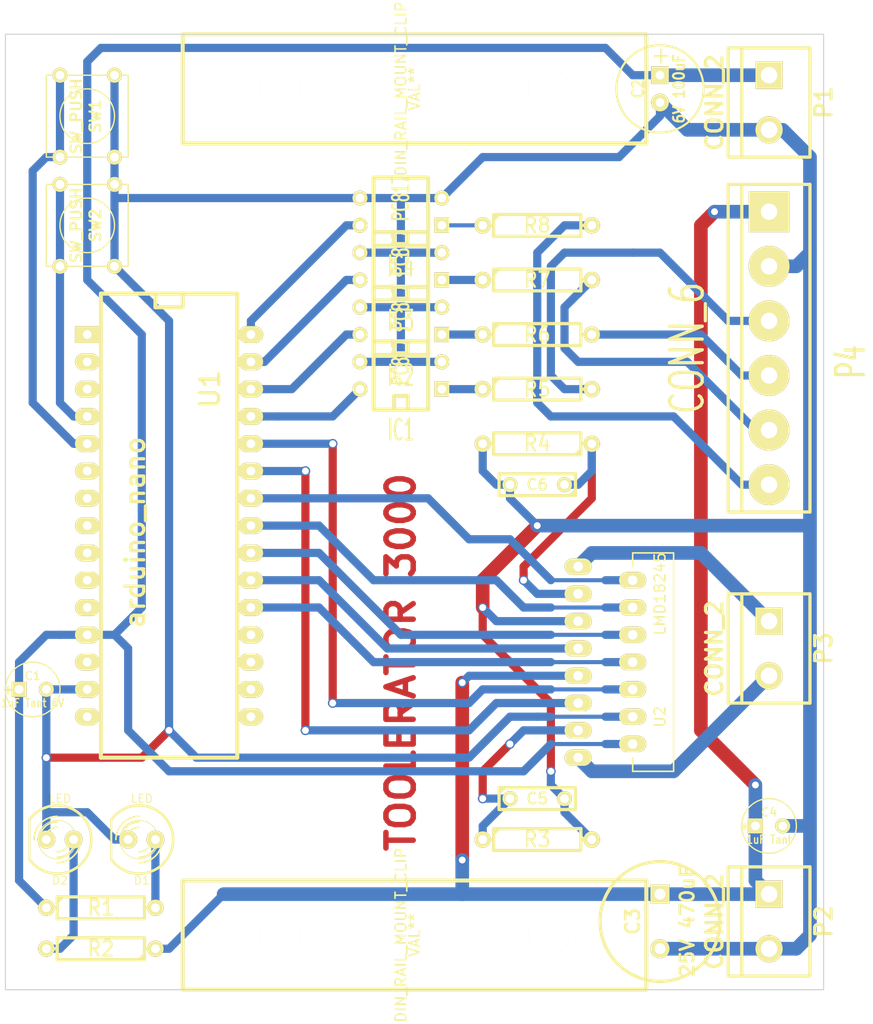
<source format=kicad_pcb>
(kicad_pcb (version 3) (host pcbnew "(2014-02-26 BZR 4721)-product")

  (general
    (links 68)
    (no_connects 0)
    (area 50.104523 37.655499 131.506021 127.444501)
    (thickness 1.6)
    (drawings 7)
    (tracks 242)
    (zones 0)
    (modules 30)
    (nets 46)
  )

  (page A)
  (title_block
    (title "mstc  EmcoTurn120 Toolchanger")
    (date 5/6/2015)
    (company "Red Cedar Electronics")
  )

  (layers
    (15 F.Cu signal)
    (0 B.Cu signal)
    (16 B.Adhes user)
    (17 F.Adhes user)
    (18 B.Paste user)
    (19 F.Paste user)
    (20 B.SilkS user)
    (21 F.SilkS user)
    (22 B.Mask user)
    (23 F.Mask user)
    (24 Dwgs.User user)
    (25 Cmts.User user)
    (26 Eco1.User user)
    (27 Eco2.User user)
    (28 Edge.Cuts user)
  )

  (setup
    (last_trace_width 0.254)
    (user_trace_width 0.381)
    (user_trace_width 0.762)
    (user_trace_width 1.27)
    (trace_clearance 0.254)
    (zone_clearance 0.508)
    (zone_45_only no)
    (trace_min 0.254)
    (segment_width 0.2)
    (edge_width 0.1)
    (via_size 0.889)
    (via_drill 0.635)
    (via_min_size 0.889)
    (via_min_drill 0.508)
    (uvia_size 0.508)
    (uvia_drill 0.127)
    (uvias_allowed no)
    (uvia_min_size 0.508)
    (uvia_min_drill 0.127)
    (pcb_text_width 0.3)
    (pcb_text_size 1.5 1.5)
    (mod_edge_width 0.381)
    (mod_text_size 1 1)
    (mod_text_width 0.15)
    (pad_size 3.81 3.81)
    (pad_drill 3.81)
    (pad_to_mask_clearance 0)
    (aux_axis_origin 50.8 127)
    (visible_elements FFFFFF7F)
    (pcbplotparams
      (layerselection 3178497)
      (usegerberextensions true)
      (excludeedgelayer true)
      (linewidth 0.150000)
      (plotframeref false)
      (viasonmask false)
      (mode 1)
      (useauxorigin false)
      (hpglpennumber 1)
      (hpglpenspeed 20)
      (hpglpendiameter 15)
      (hpglpenoverlay 2)
      (psnegative false)
      (psa4output false)
      (plotreference true)
      (plotvalue true)
      (plotothertext true)
      (plotinvisibletext false)
      (padsonsilk false)
      (subtractmaskfromsilk false)
      (outputformat 1)
      (mirror false)
      (drillshape 1)
      (scaleselection 1)
      (outputdirectory ""))
  )

  (net 0 "")
  (net 1 +24V)
  (net 2 +5V)
  (net 3 GND)
  (net 4 "Net-(C5-Pad1)")
  (net 5 "Net-(C6-Pad1)")
  (net 6 "Net-(D1-Pad1)")
  (net 7 "Net-(D2-Pad1)")
  (net 8 "Net-(IC1-Pad1)")
  (net 9 "Net-(IC1-Pad4)")
  (net 10 "Net-(IC2-Pad1)")
  (net 11 "Net-(IC2-Pad4)")
  (net 12 "Net-(IC3-Pad1)")
  (net 13 "Net-(IC3-Pad4)")
  (net 14 "Net-(IC4-Pad1)")
  (net 15 "Net-(IC4-Pad4)")
  (net 16 "Net-(P3-Pad1)")
  (net 17 "Net-(P3-Pad2)")
  (net 18 "Net-(P4-Pad3)")
  (net 19 "Net-(P4-Pad4)")
  (net 20 "Net-(P4-Pad5)")
  (net 21 "Net-(P4-Pad6)")
  (net 22 "Net-(SW1-Pad2)")
  (net 23 "Net-(SW2-Pad2)")
  (net 24 "Net-(U1-Pad1)")
  (net 25 "Net-(U1-Pad10)")
  (net 26 "Net-(U1-Pad11)")
  (net 27 "Net-(U1-Pad13)")
  (net 28 "Net-(U1-Pad15)")
  (net 29 "Net-(U1-Pad16)")
  (net 30 "Net-(U1-Pad17)")
  (net 31 "Net-(U1-Pad18)")
  (net 32 "Net-(U1-Pad19)")
  (net 33 "Net-(U1-Pad2)")
  (net 34 "Net-(U1-Pad20)")
  (net 35 "Net-(U1-Pad21)")
  (net 36 "Net-(U1-Pad22)")
  (net 37 "Net-(U1-Pad23)")
  (net 38 "Net-(U1-Pad24)")
  (net 39 "Net-(U1-Pad25)")
  (net 40 "Net-(U1-Pad26)")
  (net 41 "Net-(U1-Pad3)")
  (net 42 "Net-(U1-Pad6)")
  (net 43 "Net-(U1-Pad7)")
  (net 44 "Net-(U1-Pad8)")
  (net 45 "Net-(U1-Pad9)")

  (net_class Default "This is the default net class."
    (clearance 0.254)
    (trace_width 0.254)
    (via_dia 0.889)
    (via_drill 0.635)
    (uvia_dia 0.508)
    (uvia_drill 0.127)
    (add_net "")
    (add_net +24V)
    (add_net +5V)
    (add_net GND)
    (add_net "Net-(C5-Pad1)")
    (add_net "Net-(C6-Pad1)")
    (add_net "Net-(D1-Pad1)")
    (add_net "Net-(D2-Pad1)")
    (add_net "Net-(IC1-Pad1)")
    (add_net "Net-(IC1-Pad4)")
    (add_net "Net-(IC2-Pad1)")
    (add_net "Net-(IC2-Pad4)")
    (add_net "Net-(IC3-Pad1)")
    (add_net "Net-(IC3-Pad4)")
    (add_net "Net-(IC4-Pad1)")
    (add_net "Net-(IC4-Pad4)")
    (add_net "Net-(P3-Pad1)")
    (add_net "Net-(P3-Pad2)")
    (add_net "Net-(P4-Pad3)")
    (add_net "Net-(P4-Pad4)")
    (add_net "Net-(P4-Pad5)")
    (add_net "Net-(P4-Pad6)")
    (add_net "Net-(SW1-Pad2)")
    (add_net "Net-(SW2-Pad2)")
    (add_net "Net-(U1-Pad1)")
    (add_net "Net-(U1-Pad10)")
    (add_net "Net-(U1-Pad11)")
    (add_net "Net-(U1-Pad13)")
    (add_net "Net-(U1-Pad15)")
    (add_net "Net-(U1-Pad16)")
    (add_net "Net-(U1-Pad17)")
    (add_net "Net-(U1-Pad18)")
    (add_net "Net-(U1-Pad19)")
    (add_net "Net-(U1-Pad2)")
    (add_net "Net-(U1-Pad20)")
    (add_net "Net-(U1-Pad21)")
    (add_net "Net-(U1-Pad22)")
    (add_net "Net-(U1-Pad23)")
    (add_net "Net-(U1-Pad24)")
    (add_net "Net-(U1-Pad25)")
    (add_net "Net-(U1-Pad26)")
    (add_net "Net-(U1-Pad3)")
    (add_net "Net-(U1-Pad6)")
    (add_net "Net-(U1-Pad7)")
    (add_net "Net-(U1-Pad8)")
    (add_net "Net-(U1-Pad9)")
  )

  (module discret:C1V5 (layer F.Cu) (tedit 3E070CF4) (tstamp 554AB827)
    (at 53.34 99.06)
    (descr "Condensateur e = 1 pas")
    (tags C)
    (path /554A47A2)
    (fp_text reference C1 (at 0 -1.26746) (layer F.SilkS)
      (effects (font (size 0.762 0.762) (thickness 0.127)))
    )
    (fp_text value "1uF Tant 6V" (at 0 1.27) (layer F.SilkS)
      (effects (font (size 0.762 0.635) (thickness 0.127)))
    )
    (fp_text user + (at -2.286 0) (layer F.SilkS)
      (effects (font (size 0.762 0.762) (thickness 0.2032)))
    )
    (fp_circle (center 0 0) (end 0.127 -2.54) (layer F.SilkS) (width 0.127))
    (pad 1 thru_hole rect (at -1.27 0) (size 1.397 1.397) (drill 0.8128) (layers *.Cu *.Mask F.SilkS)
      (net 2 +5V))
    (pad 2 thru_hole circle (at 1.27 0) (size 1.397 1.397) (drill 0.8128) (layers *.Cu *.Mask F.SilkS)
      (net 3 GND))
    (model discret/c_vert_c1v5.wrl
      (at (xyz 0 0 0))
      (scale (xyz 1 1 1))
      (rotate (xyz 0 0 0))
    )
  )

  (module discret:C1V8 (layer F.Cu) (tedit 3DD3A719) (tstamp 554AB82F)
    (at 111.76 43.18 270)
    (path /554A4797)
    (fp_text reference C2 (at 0 2.032 270) (layer F.SilkS)
      (effects (font (size 1.016 0.889) (thickness 0.2032)))
    )
    (fp_text value "6V 100uF" (at 0 -1.77546 270) (layer F.SilkS)
      (effects (font (size 1.016 0.889) (thickness 0.2032)))
    )
    (fp_text user + (at -3.04546 0 270) (layer F.SilkS)
      (effects (font (thickness 0.2032)))
    )
    (fp_circle (center 0 0) (end 4.064 0) (layer F.SilkS) (width 0.2032))
    (pad 1 thru_hole rect (at -1.27 0 270) (size 1.651 1.651) (drill 0.8128) (layers *.Cu *.Mask F.SilkS)
      (net 2 +5V))
    (pad 2 thru_hole circle (at 1.27 0 270) (size 1.651 1.651) (drill 0.8128) (layers *.Cu *.Mask F.SilkS)
      (net 3 GND))
    (model discret/c_vert_c1v8.wrl
      (at (xyz 0 0 0))
      (scale (xyz 1 1 1))
      (rotate (xyz 0 0 0))
    )
  )

  (module discret:C2V10 (layer F.Cu) (tedit 41854742) (tstamp 554AB836)
    (at 111.76 120.65 270)
    (descr "Condensateur polarise")
    (tags CP)
    (path /554A477A)
    (fp_text reference C3 (at 0 2.54 270) (layer F.SilkS)
      (effects (font (size 1.27 1.27) (thickness 0.254)))
    )
    (fp_text value "25V 470uF" (at 0 -2.54 270) (layer F.SilkS)
      (effects (font (size 1.27 1.27) (thickness 0.254)))
    )
    (fp_circle (center 0 0) (end 4.826 -2.794) (layer F.SilkS) (width 0.3048))
    (pad 1 thru_hole rect (at -2.54 0 270) (size 1.778 1.778) (drill 1.016) (layers *.Cu *.Mask F.SilkS)
      (net 1 +24V))
    (pad 2 thru_hole circle (at 2.54 0 270) (size 1.778 1.778) (drill 1.016) (layers *.Cu *.Mask F.SilkS)
      (net 3 GND))
    (model discret/c_vert_c2v10.wrl
      (at (xyz 0 0 0))
      (scale (xyz 1 1 1))
      (rotate (xyz 0 0 0))
    )
  )

  (module discret:C1V5 (layer F.Cu) (tedit 3E070CF4) (tstamp 554AB83E)
    (at 121.92 111.76)
    (descr "Condensateur e = 1 pas")
    (tags C)
    (path /554A478C)
    (fp_text reference C4 (at 0 -1.26746) (layer F.SilkS)
      (effects (font (size 0.762 0.762) (thickness 0.127)))
    )
    (fp_text value "1uF Tant" (at 0 1.27) (layer F.SilkS)
      (effects (font (size 0.762 0.635) (thickness 0.127)))
    )
    (fp_text user + (at -2.286 0) (layer F.SilkS)
      (effects (font (size 0.762 0.762) (thickness 0.2032)))
    )
    (fp_circle (center 0 0) (end 0.127 -2.54) (layer F.SilkS) (width 0.127))
    (pad 1 thru_hole rect (at -1.27 0) (size 1.397 1.397) (drill 0.8128) (layers *.Cu *.Mask F.SilkS)
      (net 1 +24V))
    (pad 2 thru_hole circle (at 1.27 0) (size 1.397 1.397) (drill 0.8128) (layers *.Cu *.Mask F.SilkS)
      (net 3 GND))
    (model discret/c_vert_c1v5.wrl
      (at (xyz 0 0 0))
      (scale (xyz 1 1 1))
      (rotate (xyz 0 0 0))
    )
  )

  (module discret:C2 (layer F.Cu) (tedit 200000) (tstamp 554AB849)
    (at 100.33 109.22)
    (descr "Condensateur = 2 pas")
    (tags C)
    (path /554A46BF)
    (fp_text reference C5 (at 0 0) (layer F.SilkS)
      (effects (font (size 1.016 1.016) (thickness 0.2032)))
    )
    (fp_text value 470pf (at 0 0) (layer F.SilkS) hide
      (effects (font (size 1.016 1.016) (thickness 0.2032)))
    )
    (fp_line (start -3.556 -1.016) (end 3.556 -1.016) (layer F.SilkS) (width 0.3048))
    (fp_line (start 3.556 -1.016) (end 3.556 1.016) (layer F.SilkS) (width 0.3048))
    (fp_line (start 3.556 1.016) (end -3.556 1.016) (layer F.SilkS) (width 0.3048))
    (fp_line (start -3.556 1.016) (end -3.556 -1.016) (layer F.SilkS) (width 0.3048))
    (fp_line (start -3.556 -0.508) (end -3.048 -1.016) (layer F.SilkS) (width 0.3048))
    (pad 1 thru_hole circle (at -2.54 0) (size 1.397 1.397) (drill 0.8128) (layers *.Cu *.Mask F.SilkS)
      (net 4 "Net-(C5-Pad1)"))
    (pad 2 thru_hole circle (at 2.54 0) (size 1.397 1.397) (drill 0.8128) (layers *.Cu *.Mask F.SilkS)
      (net 3 GND))
    (model discret/capa_2pas_5x5mm.wrl
      (at (xyz 0 0 0))
      (scale (xyz 1 1 1))
      (rotate (xyz 0 0 0))
    )
  )

  (module discret:C2 (layer F.Cu) (tedit 200000) (tstamp 554AB854)
    (at 100.33 80.01 180)
    (descr "Condensateur = 2 pas")
    (tags C)
    (path /554A474E)
    (fp_text reference C6 (at 0 0 180) (layer F.SilkS)
      (effects (font (size 1.016 1.016) (thickness 0.2032)))
    )
    (fp_text value 0.002uF (at 0 0 180) (layer F.SilkS) hide
      (effects (font (size 1.016 1.016) (thickness 0.2032)))
    )
    (fp_line (start -3.556 -1.016) (end 3.556 -1.016) (layer F.SilkS) (width 0.3048))
    (fp_line (start 3.556 -1.016) (end 3.556 1.016) (layer F.SilkS) (width 0.3048))
    (fp_line (start 3.556 1.016) (end -3.556 1.016) (layer F.SilkS) (width 0.3048))
    (fp_line (start -3.556 1.016) (end -3.556 -1.016) (layer F.SilkS) (width 0.3048))
    (fp_line (start -3.556 -0.508) (end -3.048 -1.016) (layer F.SilkS) (width 0.3048))
    (pad 1 thru_hole circle (at -2.54 0 180) (size 1.397 1.397) (drill 0.8128) (layers *.Cu *.Mask F.SilkS)
      (net 5 "Net-(C6-Pad1)"))
    (pad 2 thru_hole circle (at 2.54 0 180) (size 1.397 1.397) (drill 0.8128) (layers *.Cu *.Mask F.SilkS)
      (net 3 GND))
    (model discret/capa_2pas_5x5mm.wrl
      (at (xyz 0 0 0))
      (scale (xyz 1 1 1))
      (rotate (xyz 0 0 0))
    )
  )

  (module led:LED-5MM (layer F.Cu) (tedit 50ADE86B) (tstamp 554AB863)
    (at 63.5 113.03 180)
    (descr "LED 5mm - Lead pitch 100mil (2,54mm)")
    (tags "LED led 5mm 5MM 100mil 2,54mm")
    (path /554A5C06)
    (fp_text reference D1 (at 0 -3.81 180) (layer F.SilkS)
      (effects (font (size 0.762 0.762) (thickness 0.0889)))
    )
    (fp_text value LED (at 0 3.81 180) (layer F.SilkS)
      (effects (font (size 0.762 0.762) (thickness 0.0889)))
    )
    (fp_line (start 2.8448 1.905) (end 2.8448 -1.905) (layer F.SilkS) (width 0.2032))
    (fp_circle (center 0.254 0) (end -1.016 1.27) (layer F.SilkS) (width 0.0762))
    (fp_arc (start 0.254 0) (end 2.794 1.905) (angle 286.2) (layer F.SilkS) (width 0.254))
    (fp_arc (start 0.254 0) (end -0.889 0) (angle 90) (layer F.SilkS) (width 0.1524))
    (fp_arc (start 0.254 0) (end 1.397 0) (angle 90) (layer F.SilkS) (width 0.1524))
    (fp_arc (start 0.254 0) (end -1.397 0) (angle 90) (layer F.SilkS) (width 0.1524))
    (fp_arc (start 0.254 0) (end 1.905 0) (angle 90) (layer F.SilkS) (width 0.1524))
    (fp_arc (start 0.254 0) (end -1.905 0) (angle 90) (layer F.SilkS) (width 0.1524))
    (fp_arc (start 0.254 0) (end 2.413 0) (angle 90) (layer F.SilkS) (width 0.1524))
    (pad 1 thru_hole circle (at -1.27 0 180) (size 1.6764 1.6764) (drill 0.8128) (layers *.Cu *.Mask F.SilkS)
      (net 6 "Net-(D1-Pad1)"))
    (pad 2 thru_hole circle (at 1.27 0 180) (size 1.6764 1.6764) (drill 0.8128) (layers *.Cu *.Mask F.SilkS)
      (net 3 GND))
    (model discret/leds/led5_vertical_verde.wrl
      (at (xyz 0 0 0))
      (scale (xyz 1 1 1))
      (rotate (xyz 0 0 0))
    )
  )

  (module led:LED-5MM (layer F.Cu) (tedit 50ADE86B) (tstamp 554AB872)
    (at 55.88 113.03 180)
    (descr "LED 5mm - Lead pitch 100mil (2,54mm)")
    (tags "LED led 5mm 5MM 100mil 2,54mm")
    (path /554A5C18)
    (fp_text reference D2 (at 0 -3.81 180) (layer F.SilkS)
      (effects (font (size 0.762 0.762) (thickness 0.0889)))
    )
    (fp_text value LED (at 0 3.81 180) (layer F.SilkS)
      (effects (font (size 0.762 0.762) (thickness 0.0889)))
    )
    (fp_line (start 2.8448 1.905) (end 2.8448 -1.905) (layer F.SilkS) (width 0.2032))
    (fp_circle (center 0.254 0) (end -1.016 1.27) (layer F.SilkS) (width 0.0762))
    (fp_arc (start 0.254 0) (end 2.794 1.905) (angle 286.2) (layer F.SilkS) (width 0.254))
    (fp_arc (start 0.254 0) (end -0.889 0) (angle 90) (layer F.SilkS) (width 0.1524))
    (fp_arc (start 0.254 0) (end 1.397 0) (angle 90) (layer F.SilkS) (width 0.1524))
    (fp_arc (start 0.254 0) (end -1.397 0) (angle 90) (layer F.SilkS) (width 0.1524))
    (fp_arc (start 0.254 0) (end 1.905 0) (angle 90) (layer F.SilkS) (width 0.1524))
    (fp_arc (start 0.254 0) (end -1.905 0) (angle 90) (layer F.SilkS) (width 0.1524))
    (fp_arc (start 0.254 0) (end 2.413 0) (angle 90) (layer F.SilkS) (width 0.1524))
    (pad 1 thru_hole circle (at -1.27 0 180) (size 1.6764 1.6764) (drill 0.8128) (layers *.Cu *.Mask F.SilkS)
      (net 7 "Net-(D2-Pad1)"))
    (pad 2 thru_hole circle (at 1.27 0 180) (size 1.6764 1.6764) (drill 0.8128) (layers *.Cu *.Mask F.SilkS)
      (net 3 GND))
    (model discret/leds/led5_vertical_verde.wrl
      (at (xyz 0 0 0))
      (scale (xyz 1 1 1))
      (rotate (xyz 0 0 0))
    )
  )

  (module connect:bornier2 (layer F.Cu) (tedit 3EC0ED69) (tstamp 554AB87D)
    (at 121.92 44.45 270)
    (descr "Bornier d'alimentation 2 pins")
    (tags DEV)
    (path /554A8F25)
    (fp_text reference P1 (at 0 -5.08 270) (layer F.SilkS)
      (effects (font (thickness 0.3048)))
    )
    (fp_text value CONN_2 (at 0 5.08 270) (layer F.SilkS)
      (effects (font (thickness 0.3048)))
    )
    (fp_line (start 5.08 2.54) (end -5.08 2.54) (layer F.SilkS) (width 0.3048))
    (fp_line (start 5.08 3.81) (end 5.08 -3.81) (layer F.SilkS) (width 0.3048))
    (fp_line (start 5.08 -3.81) (end -5.08 -3.81) (layer F.SilkS) (width 0.3048))
    (fp_line (start -5.08 -3.81) (end -5.08 3.81) (layer F.SilkS) (width 0.3048))
    (fp_line (start -5.08 3.81) (end 5.08 3.81) (layer F.SilkS) (width 0.3048))
    (pad 1 thru_hole rect (at -2.54 0 270) (size 2.54 2.54) (drill 1.524) (layers *.Cu *.Mask F.SilkS)
      (net 2 +5V))
    (pad 2 thru_hole circle (at 2.54 0 270) (size 2.54 2.54) (drill 1.524) (layers *.Cu *.Mask F.SilkS)
      (net 3 GND))
    (model device/bornier_2.wrl
      (at (xyz 0 0 0))
      (scale (xyz 1 1 1))
      (rotate (xyz 0 0 0))
    )
  )

  (module connect:bornier2 (layer F.Cu) (tedit 3EC0ED69) (tstamp 554AB888)
    (at 121.92 120.65 270)
    (descr "Bornier d'alimentation 2 pins")
    (tags DEV)
    (path /554A8F1A)
    (fp_text reference P2 (at 0 -5.08 270) (layer F.SilkS)
      (effects (font (thickness 0.3048)))
    )
    (fp_text value CONN_2 (at 0 5.08 270) (layer F.SilkS)
      (effects (font (thickness 0.3048)))
    )
    (fp_line (start 5.08 2.54) (end -5.08 2.54) (layer F.SilkS) (width 0.3048))
    (fp_line (start 5.08 3.81) (end 5.08 -3.81) (layer F.SilkS) (width 0.3048))
    (fp_line (start 5.08 -3.81) (end -5.08 -3.81) (layer F.SilkS) (width 0.3048))
    (fp_line (start -5.08 -3.81) (end -5.08 3.81) (layer F.SilkS) (width 0.3048))
    (fp_line (start -5.08 3.81) (end 5.08 3.81) (layer F.SilkS) (width 0.3048))
    (pad 1 thru_hole rect (at -2.54 0 270) (size 2.54 2.54) (drill 1.524) (layers *.Cu *.Mask F.SilkS)
      (net 1 +24V))
    (pad 2 thru_hole circle (at 2.54 0 270) (size 2.54 2.54) (drill 1.524) (layers *.Cu *.Mask F.SilkS)
      (net 3 GND))
    (model device/bornier_2.wrl
      (at (xyz 0 0 0))
      (scale (xyz 1 1 1))
      (rotate (xyz 0 0 0))
    )
  )

  (module connect:bornier2 (layer F.Cu) (tedit 3EC0ED69) (tstamp 554AB893)
    (at 121.92 95.25 270)
    (descr "Bornier d'alimentation 2 pins")
    (tags DEV)
    (path /554A5A62)
    (fp_text reference P3 (at 0 -5.08 270) (layer F.SilkS)
      (effects (font (thickness 0.3048)))
    )
    (fp_text value CONN_2 (at 0 5.08 270) (layer F.SilkS)
      (effects (font (thickness 0.3048)))
    )
    (fp_line (start 5.08 2.54) (end -5.08 2.54) (layer F.SilkS) (width 0.3048))
    (fp_line (start 5.08 3.81) (end 5.08 -3.81) (layer F.SilkS) (width 0.3048))
    (fp_line (start 5.08 -3.81) (end -5.08 -3.81) (layer F.SilkS) (width 0.3048))
    (fp_line (start -5.08 -3.81) (end -5.08 3.81) (layer F.SilkS) (width 0.3048))
    (fp_line (start -5.08 3.81) (end 5.08 3.81) (layer F.SilkS) (width 0.3048))
    (pad 1 thru_hole rect (at -2.54 0 270) (size 2.54 2.54) (drill 1.524) (layers *.Cu *.Mask F.SilkS)
      (net 16 "Net-(P3-Pad1)"))
    (pad 2 thru_hole circle (at 2.54 0 270) (size 2.54 2.54) (drill 1.524) (layers *.Cu *.Mask F.SilkS)
      (net 17 "Net-(P3-Pad2)"))
    (model device/bornier_2.wrl
      (at (xyz 0 0 0))
      (scale (xyz 1 1 1))
      (rotate (xyz 0 0 0))
    )
  )

  (module discret:R4 (layer F.Cu) (tedit 200000) (tstamp 554AB8A1)
    (at 59.69 119.38)
    (descr "Resitance 4 pas")
    (tags R)
    (path /554A5C4E)
    (autoplace_cost180 10)
    (fp_text reference R1 (at 0 0) (layer F.SilkS)
      (effects (font (size 1.397 1.27) (thickness 0.2032)))
    )
    (fp_text value 220 (at 0 0) (layer F.SilkS) hide
      (effects (font (size 1.397 1.27) (thickness 0.2032)))
    )
    (fp_line (start -5.08 0) (end -4.064 0) (layer F.SilkS) (width 0.3048))
    (fp_line (start -4.064 0) (end -4.064 -1.016) (layer F.SilkS) (width 0.3048))
    (fp_line (start -4.064 -1.016) (end 4.064 -1.016) (layer F.SilkS) (width 0.3048))
    (fp_line (start 4.064 -1.016) (end 4.064 1.016) (layer F.SilkS) (width 0.3048))
    (fp_line (start 4.064 1.016) (end -4.064 1.016) (layer F.SilkS) (width 0.3048))
    (fp_line (start -4.064 1.016) (end -4.064 0) (layer F.SilkS) (width 0.3048))
    (fp_line (start -4.064 -0.508) (end -3.556 -1.016) (layer F.SilkS) (width 0.3048))
    (fp_line (start 5.08 0) (end 4.064 0) (layer F.SilkS) (width 0.3048))
    (pad 1 thru_hole circle (at -5.08 0) (size 1.524 1.524) (drill 0.8128) (layers *.Cu *.Mask F.SilkS)
      (net 2 +5V))
    (pad 2 thru_hole circle (at 5.08 0) (size 1.524 1.524) (drill 0.8128) (layers *.Cu *.Mask F.SilkS)
      (net 6 "Net-(D1-Pad1)"))
    (model discret/resistor.wrl
      (at (xyz 0 0 0))
      (scale (xyz 0.4 0.4 0.4))
      (rotate (xyz 0 0 0))
    )
  )

  (module discret:R4 (layer F.Cu) (tedit 200000) (tstamp 554AB8AF)
    (at 59.69 123.19 180)
    (descr "Resitance 4 pas")
    (tags R)
    (path /554A5C43)
    (autoplace_cost180 10)
    (fp_text reference R2 (at 0 0 180) (layer F.SilkS)
      (effects (font (size 1.397 1.27) (thickness 0.2032)))
    )
    (fp_text value 2.2K (at 0 0 180) (layer F.SilkS) hide
      (effects (font (size 1.397 1.27) (thickness 0.2032)))
    )
    (fp_line (start -5.08 0) (end -4.064 0) (layer F.SilkS) (width 0.3048))
    (fp_line (start -4.064 0) (end -4.064 -1.016) (layer F.SilkS) (width 0.3048))
    (fp_line (start -4.064 -1.016) (end 4.064 -1.016) (layer F.SilkS) (width 0.3048))
    (fp_line (start 4.064 -1.016) (end 4.064 1.016) (layer F.SilkS) (width 0.3048))
    (fp_line (start 4.064 1.016) (end -4.064 1.016) (layer F.SilkS) (width 0.3048))
    (fp_line (start -4.064 1.016) (end -4.064 0) (layer F.SilkS) (width 0.3048))
    (fp_line (start -4.064 -0.508) (end -3.556 -1.016) (layer F.SilkS) (width 0.3048))
    (fp_line (start 5.08 0) (end 4.064 0) (layer F.SilkS) (width 0.3048))
    (pad 1 thru_hole circle (at -5.08 0 180) (size 1.524 1.524) (drill 0.8128) (layers *.Cu *.Mask F.SilkS)
      (net 1 +24V))
    (pad 2 thru_hole circle (at 5.08 0 180) (size 1.524 1.524) (drill 0.8128) (layers *.Cu *.Mask F.SilkS)
      (net 7 "Net-(D2-Pad1)"))
    (model discret/resistor.wrl
      (at (xyz 0 0 0))
      (scale (xyz 0.4 0.4 0.4))
      (rotate (xyz 0 0 0))
    )
  )

  (module discret:R4 (layer F.Cu) (tedit 200000) (tstamp 554AB8BD)
    (at 100.33 113.03)
    (descr "Resitance 4 pas")
    (tags R)
    (path /554A465B)
    (autoplace_cost180 10)
    (fp_text reference R3 (at 0 0) (layer F.SilkS)
      (effects (font (size 1.397 1.27) (thickness 0.2032)))
    )
    (fp_text value 6.25K (at 0 0) (layer F.SilkS) hide
      (effects (font (size 1.397 1.27) (thickness 0.2032)))
    )
    (fp_line (start -5.08 0) (end -4.064 0) (layer F.SilkS) (width 0.3048))
    (fp_line (start -4.064 0) (end -4.064 -1.016) (layer F.SilkS) (width 0.3048))
    (fp_line (start -4.064 -1.016) (end 4.064 -1.016) (layer F.SilkS) (width 0.3048))
    (fp_line (start 4.064 -1.016) (end 4.064 1.016) (layer F.SilkS) (width 0.3048))
    (fp_line (start 4.064 1.016) (end -4.064 1.016) (layer F.SilkS) (width 0.3048))
    (fp_line (start -4.064 1.016) (end -4.064 0) (layer F.SilkS) (width 0.3048))
    (fp_line (start -4.064 -0.508) (end -3.556 -1.016) (layer F.SilkS) (width 0.3048))
    (fp_line (start 5.08 0) (end 4.064 0) (layer F.SilkS) (width 0.3048))
    (pad 1 thru_hole circle (at -5.08 0) (size 1.524 1.524) (drill 0.8128) (layers *.Cu *.Mask F.SilkS)
      (net 4 "Net-(C5-Pad1)"))
    (pad 2 thru_hole circle (at 5.08 0) (size 1.524 1.524) (drill 0.8128) (layers *.Cu *.Mask F.SilkS)
      (net 3 GND))
    (model discret/resistor.wrl
      (at (xyz 0 0 0))
      (scale (xyz 0.4 0.4 0.4))
      (rotate (xyz 0 0 0))
    )
  )

  (module discret:R4 (layer F.Cu) (tedit 200000) (tstamp 554AB8CB)
    (at 100.33 76.2 180)
    (descr "Resitance 4 pas")
    (tags R)
    (path /554A46D1)
    (autoplace_cost180 10)
    (fp_text reference R4 (at 0 0 180) (layer F.SilkS)
      (effects (font (size 1.397 1.27) (thickness 0.2032)))
    )
    (fp_text value 20K (at 0 0 180) (layer F.SilkS) hide
      (effects (font (size 1.397 1.27) (thickness 0.2032)))
    )
    (fp_line (start -5.08 0) (end -4.064 0) (layer F.SilkS) (width 0.3048))
    (fp_line (start -4.064 0) (end -4.064 -1.016) (layer F.SilkS) (width 0.3048))
    (fp_line (start -4.064 -1.016) (end 4.064 -1.016) (layer F.SilkS) (width 0.3048))
    (fp_line (start 4.064 -1.016) (end 4.064 1.016) (layer F.SilkS) (width 0.3048))
    (fp_line (start 4.064 1.016) (end -4.064 1.016) (layer F.SilkS) (width 0.3048))
    (fp_line (start -4.064 1.016) (end -4.064 0) (layer F.SilkS) (width 0.3048))
    (fp_line (start -4.064 -0.508) (end -3.556 -1.016) (layer F.SilkS) (width 0.3048))
    (fp_line (start 5.08 0) (end 4.064 0) (layer F.SilkS) (width 0.3048))
    (pad 1 thru_hole circle (at -5.08 0 180) (size 1.524 1.524) (drill 0.8128) (layers *.Cu *.Mask F.SilkS)
      (net 5 "Net-(C6-Pad1)"))
    (pad 2 thru_hole circle (at 5.08 0 180) (size 1.524 1.524) (drill 0.8128) (layers *.Cu *.Mask F.SilkS)
      (net 3 GND))
    (model discret/resistor.wrl
      (at (xyz 0 0 0))
      (scale (xyz 0.4 0.4 0.4))
      (rotate (xyz 0 0 0))
    )
  )

  (module arduino:arduino_mini (layer F.Cu) (tedit 507C2E55) (tstamp 554AB8F4)
    (at 66.04 85.09 270)
    (descr "30 pins DIL package, elliptical pads, width 600mil (arduino mini)")
    (tags "DIL arduino mini")
    (path /554AA1F9)
    (fp_text reference U1 (at -13.97 -3.81 270) (layer F.SilkS)
      (effects (font (size 1.778 1.778) (thickness 0.3048)))
    )
    (fp_text value arduino_nano (at -0.635 3.175 270) (layer F.SilkS)
      (effects (font (size 1.778 1.778) (thickness 0.3048)))
    )
    (fp_line (start -22.86 -6.35) (end 20.32 -6.35) (layer F.SilkS) (width 0.381))
    (fp_line (start 20.32 -6.35) (end 20.32 6.35) (layer F.SilkS) (width 0.381))
    (fp_line (start 20.32 6.35) (end -22.86 6.35) (layer F.SilkS) (width 0.381))
    (fp_line (start -22.86 6.35) (end -22.86 -6.35) (layer F.SilkS) (width 0.381))
    (fp_line (start -22.86 1.27) (end -21.59 1.27) (layer F.SilkS) (width 0.381))
    (fp_line (start -21.59 1.27) (end -21.59 -1.27) (layer F.SilkS) (width 0.381))
    (fp_line (start -21.59 -1.27) (end -22.86 -1.27) (layer F.SilkS) (width 0.381))
    (pad 1 thru_hole rect (at -19.05 7.62 270) (size 1.5748 2.286) (drill 0.8128) (layers *.Cu *.Mask F.SilkS)
      (net 24 "Net-(U1-Pad1)"))
    (pad 2 thru_hole oval (at -16.51 7.62 270) (size 1.5748 2.286) (drill 0.8128) (layers *.Cu *.Mask F.SilkS)
      (net 33 "Net-(U1-Pad2)"))
    (pad 3 thru_hole oval (at -13.97 7.62 270) (size 1.5748 2.286) (drill 0.8128) (layers *.Cu *.Mask F.SilkS)
      (net 41 "Net-(U1-Pad3)"))
    (pad 4 thru_hole oval (at -11.43 7.62 270) (size 1.5748 2.286) (drill 0.8128) (layers *.Cu *.Mask F.SilkS)
      (net 23 "Net-(SW2-Pad2)"))
    (pad 5 thru_hole oval (at -8.89 7.62 270) (size 1.5748 2.286) (drill 0.8128) (layers *.Cu *.Mask F.SilkS)
      (net 22 "Net-(SW1-Pad2)"))
    (pad 6 thru_hole oval (at -6.35 7.62 270) (size 1.5748 2.286) (drill 0.8128) (layers *.Cu *.Mask F.SilkS)
      (net 42 "Net-(U1-Pad6)"))
    (pad 7 thru_hole oval (at -3.81 7.62 270) (size 1.5748 2.286) (drill 0.8128) (layers *.Cu *.Mask F.SilkS)
      (net 43 "Net-(U1-Pad7)"))
    (pad 8 thru_hole oval (at -1.27 7.62 270) (size 1.5748 2.286) (drill 0.8128) (layers *.Cu *.Mask F.SilkS)
      (net 44 "Net-(U1-Pad8)"))
    (pad 9 thru_hole oval (at 1.27 7.62 270) (size 1.5748 2.286) (drill 0.8128) (layers *.Cu *.Mask F.SilkS)
      (net 45 "Net-(U1-Pad9)"))
    (pad 10 thru_hole oval (at 3.81 7.62 270) (size 1.5748 2.286) (drill 0.8128) (layers *.Cu *.Mask F.SilkS)
      (net 25 "Net-(U1-Pad10)"))
    (pad 11 thru_hole oval (at 6.35 7.62 270) (size 1.5748 2.286) (drill 0.8128) (layers *.Cu *.Mask F.SilkS)
      (net 26 "Net-(U1-Pad11)"))
    (pad 12 thru_hole oval (at 8.89 7.62 270) (size 1.5748 2.286) (drill 0.8128) (layers *.Cu *.Mask F.SilkS)
      (net 2 +5V))
    (pad 13 thru_hole oval (at 11.43 7.62 270) (size 1.5748 2.286) (drill 0.8128) (layers *.Cu *.Mask F.SilkS)
      (net 27 "Net-(U1-Pad13)"))
    (pad 14 thru_hole oval (at 13.97 7.62 270) (size 1.5748 2.286) (drill 0.8128) (layers *.Cu *.Mask F.SilkS)
      (net 3 GND))
    (pad 15 thru_hole oval (at 16.51 7.62 270) (size 1.5748 2.286) (drill 0.8128) (layers *.Cu *.Mask F.SilkS)
      (net 28 "Net-(U1-Pad15)"))
    (pad 16 thru_hole oval (at 16.51 -7.62 270) (size 1.5748 2.286) (drill 0.8128) (layers *.Cu *.Mask F.SilkS)
      (net 29 "Net-(U1-Pad16)"))
    (pad 17 thru_hole oval (at 13.97 -7.62 270) (size 1.5748 2.286) (drill 0.8128) (layers *.Cu *.Mask F.SilkS)
      (net 30 "Net-(U1-Pad17)"))
    (pad 18 thru_hole oval (at 11.43 -7.62 270) (size 1.5748 2.286) (drill 0.8128) (layers *.Cu *.Mask F.SilkS)
      (net 31 "Net-(U1-Pad18)"))
    (pad 19 thru_hole oval (at 8.89 -7.62 270) (size 1.5748 2.286) (drill 0.8128) (layers *.Cu *.Mask F.SilkS)
      (net 32 "Net-(U1-Pad19)"))
    (pad 20 thru_hole oval (at 6.35 -7.62 270) (size 1.5748 2.286) (drill 0.8128) (layers *.Cu *.Mask F.SilkS)
      (net 34 "Net-(U1-Pad20)"))
    (pad 21 thru_hole oval (at 3.81 -7.62 270) (size 1.5748 2.286) (drill 0.8128) (layers *.Cu *.Mask F.SilkS)
      (net 35 "Net-(U1-Pad21)"))
    (pad 22 thru_hole oval (at 1.27 -7.62 270) (size 1.5748 2.286) (drill 0.8128) (layers *.Cu *.Mask F.SilkS)
      (net 36 "Net-(U1-Pad22)"))
    (pad 23 thru_hole oval (at -1.27 -7.62 270) (size 1.5748 2.286) (drill 0.8128) (layers *.Cu *.Mask F.SilkS)
      (net 37 "Net-(U1-Pad23)"))
    (pad 24 thru_hole oval (at -3.81 -7.62 270) (size 1.5748 2.286) (drill 0.8128) (layers *.Cu *.Mask F.SilkS)
      (net 38 "Net-(U1-Pad24)"))
    (pad 25 thru_hole oval (at -6.35 -7.62 270) (size 1.5748 2.286) (drill 0.8128) (layers *.Cu *.Mask F.SilkS)
      (net 39 "Net-(U1-Pad25)"))
    (pad 26 thru_hole oval (at -8.89 -7.62 270) (size 1.5748 2.286) (drill 0.8128) (layers *.Cu *.Mask F.SilkS)
      (net 40 "Net-(U1-Pad26)"))
    (pad 27 thru_hole oval (at -11.43 -7.62 270) (size 1.5748 2.286) (drill 0.8128) (layers *.Cu *.Mask F.SilkS)
      (net 9 "Net-(IC1-Pad4)"))
    (pad 28 thru_hole oval (at -13.97 -7.62 270) (size 1.5748 2.286) (drill 0.8128) (layers *.Cu *.Mask F.SilkS)
      (net 11 "Net-(IC2-Pad4)"))
    (pad 29 thru_hole oval (at -16.51 -7.62 270) (size 1.5748 2.286) (drill 0.8128) (layers *.Cu *.Mask F.SilkS)
      (net 13 "Net-(IC3-Pad4)"))
    (pad 30 thru_hole oval (at -19.05 -7.62 270) (size 1.5748 2.286) (drill 0.8128) (layers *.Cu *.Mask F.SilkS)
      (net 15 "Net-(IC4-Pad4)"))
    (model arduino_nano.wrl
      (at (xyz -0.978 -0.385 0))
      (scale (xyz 0.3937 0.3937 0.3937))
      (rotate (xyz 0 0 0))
    )
  )

  (module MW_misc:TO-220-15 (layer F.Cu) (tedit 554AB3FF) (tstamp 554AB90C)
    (at 104.14 87.63 270)
    (tags "TO-220 15-lead multiwatt")
    (path /554A4580)
    (fp_text reference U2 (at 13.97 -7.62 270) (layer F.SilkS)
      (effects (font (size 1 1) (thickness 0.15)))
    )
    (fp_text value LMD18245 (at 2.54 -7.62 270) (layer F.SilkS)
      (effects (font (size 1 1) (thickness 0.15)))
    )
    (fp_line (start -1.27 -8.89) (end -1.27 -5.08) (layer F.SilkS) (width 0.15))
    (fp_line (start 0 -5.08) (end -1.27 -5.08) (layer F.SilkS) (width 0.15))
    (fp_line (start -1.27 -8.89) (end 19.05 -8.89) (layer F.SilkS) (width 0.15))
    (fp_line (start 19.05 -8.89) (end 19.05 -5.08) (layer F.SilkS) (width 0.15))
    (fp_line (start 19.05 -5.08) (end 17.78 -5.08) (layer F.SilkS) (width 0.15))
    (pad 1 thru_hole oval (at 0 0 270) (size 1.524 2.54) (drill 0.889) (layers *.Cu *.Mask F.SilkS)
      (net 16 "Net-(P3-Pad1)"))
    (pad 2 thru_hole oval (at 1.27 -5.08 270) (size 1.524 2.54) (drill 0.889) (layers *.Cu *.Mask F.SilkS)
      (net 38 "Net-(U1-Pad24)"))
    (pad 3 thru_hole oval (at 2.54 0 270) (size 1.524 2.54) (drill 0.889) (layers *.Cu *.Mask F.SilkS)
      (net 5 "Net-(C6-Pad1)"))
    (pad 4 thru_hole oval (at 3.81 -5.08 270) (size 1.524 2.54) (drill 0.889) (layers *.Cu *.Mask F.SilkS)
      (net 37 "Net-(U1-Pad23)"))
    (pad 5 thru_hole oval (at 5.08 0 270) (size 1.524 2.54) (drill 0.889) (layers *.Cu *.Mask F.SilkS)
      (net 3 GND))
    (pad 6 thru_hole oval (at 6.35 -5.08 270) (size 1.524 2.54) (drill 0.889) (layers *.Cu *.Mask F.SilkS)
      (net 36 "Net-(U1-Pad22)"))
    (pad 7 thru_hole oval (at 7.62 0 270) (size 1.524 2.54) (drill 0.889) (layers *.Cu *.Mask F.SilkS)
      (net 35 "Net-(U1-Pad21)"))
    (pad 8 thru_hole oval (at 8.89 -5.08 270) (size 1.524 2.54) (drill 0.889) (layers *.Cu *.Mask F.SilkS)
      (net 34 "Net-(U1-Pad20)"))
    (pad 9 thru_hole oval (at 10.16 0 270) (size 1.524 2.54) (drill 0.889) (layers *.Cu *.Mask F.SilkS)
      (net 1 +24V))
    (pad 10 thru_hole oval (at 11.43 -5.08 270) (size 1.524 2.54) (drill 0.889) (layers *.Cu *.Mask F.SilkS)
      (net 40 "Net-(U1-Pad26)"))
    (pad 11 thru_hole oval (at 12.7 0 270) (size 1.524 2.54) (drill 0.889) (layers *.Cu *.Mask F.SilkS)
      (net 39 "Net-(U1-Pad25)"))
    (pad 12 thru_hole oval (at 13.97 -5.08 270) (size 1.524 2.54) (drill 0.889) (layers *.Cu *.Mask F.SilkS)
      (net 3 GND))
    (pad 13 thru_hole oval (at 15.24 0 270) (size 1.524 2.54) (drill 0.889) (layers *.Cu *.Mask F.SilkS)
      (net 4 "Net-(C5-Pad1)"))
    (pad 14 thru_hole oval (at 16.51 -5.08 270) (size 1.524 2.54) (drill 0.889) (layers *.Cu *.Mask F.SilkS)
      (net 2 +5V))
    (pad 15 thru_hole oval (at 17.78 0 270) (size 1.524 2.54) (drill 0.889) (layers *.Cu *.Mask F.SilkS)
      (net 17 "Net-(P3-Pad2)"))
  )

  (module discret:SW_PUSH_SMALL (layer F.Cu) (tedit 46544DB3) (tstamp 554B744C)
    (at 58.42 45.72 270)
    (path /554B7275)
    (fp_text reference SW1 (at 0 -0.762 270) (layer F.SilkS)
      (effects (font (size 1.016 1.016) (thickness 0.2032)))
    )
    (fp_text value SW_PUSH (at 0 1.016 270) (layer F.SilkS)
      (effects (font (size 1.016 1.016) (thickness 0.2032)))
    )
    (fp_circle (center 0 0) (end 0 -2.54) (layer F.SilkS) (width 0.127))
    (fp_line (start -3.81 -3.81) (end 3.81 -3.81) (layer F.SilkS) (width 0.127))
    (fp_line (start 3.81 -3.81) (end 3.81 3.81) (layer F.SilkS) (width 0.127))
    (fp_line (start 3.81 3.81) (end -3.81 3.81) (layer F.SilkS) (width 0.127))
    (fp_line (start -3.81 -3.81) (end -3.81 3.81) (layer F.SilkS) (width 0.127))
    (pad 1 thru_hole circle (at 3.81 -2.54 270) (size 1.397 1.397) (drill 0.8128) (layers *.Cu *.Mask F.SilkS)
      (net 3 GND))
    (pad 2 thru_hole circle (at 3.81 2.54 270) (size 1.397 1.397) (drill 0.8128) (layers *.Cu *.Mask F.SilkS)
      (net 22 "Net-(SW1-Pad2)"))
    (pad 1 thru_hole circle (at -3.81 -2.54 270) (size 1.397 1.397) (drill 0.8128) (layers *.Cu *.Mask F.SilkS)
      (net 3 GND))
    (pad 2 thru_hole circle (at -3.81 2.54 270) (size 1.397 1.397) (drill 0.8128) (layers *.Cu *.Mask F.SilkS)
      (net 22 "Net-(SW1-Pad2)"))
  )

  (module discret:SW_PUSH_SMALL (layer F.Cu) (tedit 46544DB3) (tstamp 554B7459)
    (at 58.42 55.88 270)
    (path /554B7043)
    (fp_text reference SW2 (at 0 -0.762 270) (layer F.SilkS)
      (effects (font (size 1.016 1.016) (thickness 0.2032)))
    )
    (fp_text value SW_PUSH (at 0 1.016 270) (layer F.SilkS)
      (effects (font (size 1.016 1.016) (thickness 0.2032)))
    )
    (fp_circle (center 0 0) (end 0 -2.54) (layer F.SilkS) (width 0.127))
    (fp_line (start -3.81 -3.81) (end 3.81 -3.81) (layer F.SilkS) (width 0.127))
    (fp_line (start 3.81 -3.81) (end 3.81 3.81) (layer F.SilkS) (width 0.127))
    (fp_line (start 3.81 3.81) (end -3.81 3.81) (layer F.SilkS) (width 0.127))
    (fp_line (start -3.81 -3.81) (end -3.81 3.81) (layer F.SilkS) (width 0.127))
    (pad 1 thru_hole circle (at 3.81 -2.54 270) (size 1.397 1.397) (drill 0.8128) (layers *.Cu *.Mask F.SilkS)
      (net 3 GND))
    (pad 2 thru_hole circle (at 3.81 2.54 270) (size 1.397 1.397) (drill 0.8128) (layers *.Cu *.Mask F.SilkS)
      (net 23 "Net-(SW2-Pad2)"))
    (pad 1 thru_hole circle (at -3.81 -2.54 270) (size 1.397 1.397) (drill 0.8128) (layers *.Cu *.Mask F.SilkS)
      (net 3 GND))
    (pad 2 thru_hole circle (at -3.81 2.54 270) (size 1.397 1.397) (drill 0.8128) (layers *.Cu *.Mask F.SilkS)
      (net 23 "Net-(SW2-Pad2)"))
  )

  (module connect:bornier6 (layer F.Cu) (tedit 3EC0C28A) (tstamp 554FC2C0)
    (at 121.92 67.31 270)
    (descr "Bornier d'alimentation 4 pins")
    (tags DEV)
    (path /554FC04E)
    (fp_text reference P4 (at 1.27 -7.62 270) (layer F.SilkS)
      (effects (font (size 2.6162 1.59766) (thickness 0.3048)))
    )
    (fp_text value CONN_6 (at 0 7.62 270) (layer F.SilkS)
      (effects (font (size 3.05054 2.0955) (thickness 0.3048)))
    )
    (fp_line (start -15.24 -3.81) (end -15.24 3.81) (layer F.SilkS) (width 0.3048))
    (fp_line (start 15.24 3.81) (end 15.24 -3.81) (layer F.SilkS) (width 0.3048))
    (fp_line (start -15.24 2.54) (end 15.24 2.54) (layer F.SilkS) (width 0.3048))
    (fp_line (start -15.24 -3.81) (end 15.24 -3.81) (layer F.SilkS) (width 0.3048))
    (fp_line (start -15.24 3.81) (end 15.24 3.81) (layer F.SilkS) (width 0.3048))
    (pad 2 thru_hole circle (at -7.62 0 270) (size 3.81 3.81) (drill 1.524) (layers *.Cu *.Mask F.SilkS)
      (net 3 GND))
    (pad 3 thru_hole circle (at -2.54 0 270) (size 3.81 3.81) (drill 1.524) (layers *.Cu *.Mask F.SilkS)
      (net 18 "Net-(P4-Pad3)"))
    (pad 1 thru_hole rect (at -12.7 0 270) (size 3.81 3.81) (drill 1.524) (layers *.Cu *.Mask F.SilkS)
      (net 1 +24V))
    (pad 4 thru_hole circle (at 2.54 0 270) (size 3.81 3.81) (drill 1.524) (layers *.Cu *.Mask F.SilkS)
      (net 19 "Net-(P4-Pad4)"))
    (pad 5 thru_hole circle (at 7.62 0 270) (size 3.81 3.81) (drill 1.524) (layers *.Cu *.Mask F.SilkS)
      (net 20 "Net-(P4-Pad5)"))
    (pad 6 thru_hole circle (at 12.7 0 270) (size 3.81 3.81) (drill 1.524) (layers *.Cu *.Mask F.SilkS)
      (net 21 "Net-(P4-Pad6)"))
    (model device/bornier_6.wrl
      (at (xyz 0 0 0))
      (scale (xyz 1 1 1))
      (rotate (xyz 0 0 0))
    )
  )

  (module discret:R4 (layer F.Cu) (tedit 200000) (tstamp 554FC2CE)
    (at 100.33 71.12)
    (descr "Resitance 4 pas")
    (tags R)
    (path /554CDA75)
    (autoplace_cost180 10)
    (fp_text reference R5 (at 0 0) (layer F.SilkS)
      (effects (font (size 1.397 1.27) (thickness 0.2032)))
    )
    (fp_text value 3.3K (at 0 0) (layer F.SilkS) hide
      (effects (font (size 1.397 1.27) (thickness 0.2032)))
    )
    (fp_line (start -5.08 0) (end -4.064 0) (layer F.SilkS) (width 0.3048))
    (fp_line (start -4.064 0) (end -4.064 -1.016) (layer F.SilkS) (width 0.3048))
    (fp_line (start -4.064 -1.016) (end 4.064 -1.016) (layer F.SilkS) (width 0.3048))
    (fp_line (start 4.064 -1.016) (end 4.064 1.016) (layer F.SilkS) (width 0.3048))
    (fp_line (start 4.064 1.016) (end -4.064 1.016) (layer F.SilkS) (width 0.3048))
    (fp_line (start -4.064 1.016) (end -4.064 0) (layer F.SilkS) (width 0.3048))
    (fp_line (start -4.064 -0.508) (end -3.556 -1.016) (layer F.SilkS) (width 0.3048))
    (fp_line (start 5.08 0) (end 4.064 0) (layer F.SilkS) (width 0.3048))
    (pad 1 thru_hole circle (at -5.08 0) (size 1.524 1.524) (drill 0.8128) (layers *.Cu *.Mask F.SilkS)
      (net 8 "Net-(IC1-Pad1)"))
    (pad 2 thru_hole circle (at 5.08 0) (size 1.524 1.524) (drill 0.8128) (layers *.Cu *.Mask F.SilkS)
      (net 18 "Net-(P4-Pad3)"))
    (model discret/resistor.wrl
      (at (xyz 0 0 0))
      (scale (xyz 0.4 0.4 0.4))
      (rotate (xyz 0 0 0))
    )
  )

  (module discret:R4 (layer F.Cu) (tedit 200000) (tstamp 554FC2DC)
    (at 100.33 66.04)
    (descr "Resitance 4 pas")
    (tags R)
    (path /554CDA80)
    (autoplace_cost180 10)
    (fp_text reference R6 (at 0 0) (layer F.SilkS)
      (effects (font (size 1.397 1.27) (thickness 0.2032)))
    )
    (fp_text value 3.3K (at 0 0) (layer F.SilkS) hide
      (effects (font (size 1.397 1.27) (thickness 0.2032)))
    )
    (fp_line (start -5.08 0) (end -4.064 0) (layer F.SilkS) (width 0.3048))
    (fp_line (start -4.064 0) (end -4.064 -1.016) (layer F.SilkS) (width 0.3048))
    (fp_line (start -4.064 -1.016) (end 4.064 -1.016) (layer F.SilkS) (width 0.3048))
    (fp_line (start 4.064 -1.016) (end 4.064 1.016) (layer F.SilkS) (width 0.3048))
    (fp_line (start 4.064 1.016) (end -4.064 1.016) (layer F.SilkS) (width 0.3048))
    (fp_line (start -4.064 1.016) (end -4.064 0) (layer F.SilkS) (width 0.3048))
    (fp_line (start -4.064 -0.508) (end -3.556 -1.016) (layer F.SilkS) (width 0.3048))
    (fp_line (start 5.08 0) (end 4.064 0) (layer F.SilkS) (width 0.3048))
    (pad 1 thru_hole circle (at -5.08 0) (size 1.524 1.524) (drill 0.8128) (layers *.Cu *.Mask F.SilkS)
      (net 10 "Net-(IC2-Pad1)"))
    (pad 2 thru_hole circle (at 5.08 0) (size 1.524 1.524) (drill 0.8128) (layers *.Cu *.Mask F.SilkS)
      (net 19 "Net-(P4-Pad4)"))
    (model discret/resistor.wrl
      (at (xyz 0 0 0))
      (scale (xyz 0.4 0.4 0.4))
      (rotate (xyz 0 0 0))
    )
  )

  (module discret:R4 (layer F.Cu) (tedit 200000) (tstamp 554FC2EA)
    (at 100.33 60.96)
    (descr "Resitance 4 pas")
    (tags R)
    (path /554CDA8B)
    (autoplace_cost180 10)
    (fp_text reference R7 (at 0 0) (layer F.SilkS)
      (effects (font (size 1.397 1.27) (thickness 0.2032)))
    )
    (fp_text value 3.3K (at 0 0) (layer F.SilkS) hide
      (effects (font (size 1.397 1.27) (thickness 0.2032)))
    )
    (fp_line (start -5.08 0) (end -4.064 0) (layer F.SilkS) (width 0.3048))
    (fp_line (start -4.064 0) (end -4.064 -1.016) (layer F.SilkS) (width 0.3048))
    (fp_line (start -4.064 -1.016) (end 4.064 -1.016) (layer F.SilkS) (width 0.3048))
    (fp_line (start 4.064 -1.016) (end 4.064 1.016) (layer F.SilkS) (width 0.3048))
    (fp_line (start 4.064 1.016) (end -4.064 1.016) (layer F.SilkS) (width 0.3048))
    (fp_line (start -4.064 1.016) (end -4.064 0) (layer F.SilkS) (width 0.3048))
    (fp_line (start -4.064 -0.508) (end -3.556 -1.016) (layer F.SilkS) (width 0.3048))
    (fp_line (start 5.08 0) (end 4.064 0) (layer F.SilkS) (width 0.3048))
    (pad 1 thru_hole circle (at -5.08 0) (size 1.524 1.524) (drill 0.8128) (layers *.Cu *.Mask F.SilkS)
      (net 12 "Net-(IC3-Pad1)"))
    (pad 2 thru_hole circle (at 5.08 0) (size 1.524 1.524) (drill 0.8128) (layers *.Cu *.Mask F.SilkS)
      (net 20 "Net-(P4-Pad5)"))
    (model discret/resistor.wrl
      (at (xyz 0 0 0))
      (scale (xyz 0.4 0.4 0.4))
      (rotate (xyz 0 0 0))
    )
  )

  (module discret:R4 (layer F.Cu) (tedit 200000) (tstamp 554FC2F8)
    (at 100.33 55.88)
    (descr "Resitance 4 pas")
    (tags R)
    (path /554CDA96)
    (autoplace_cost180 10)
    (fp_text reference R8 (at 0 0) (layer F.SilkS)
      (effects (font (size 1.397 1.27) (thickness 0.2032)))
    )
    (fp_text value 3.3K (at 0 0) (layer F.SilkS) hide
      (effects (font (size 1.397 1.27) (thickness 0.2032)))
    )
    (fp_line (start -5.08 0) (end -4.064 0) (layer F.SilkS) (width 0.3048))
    (fp_line (start -4.064 0) (end -4.064 -1.016) (layer F.SilkS) (width 0.3048))
    (fp_line (start -4.064 -1.016) (end 4.064 -1.016) (layer F.SilkS) (width 0.3048))
    (fp_line (start 4.064 -1.016) (end 4.064 1.016) (layer F.SilkS) (width 0.3048))
    (fp_line (start 4.064 1.016) (end -4.064 1.016) (layer F.SilkS) (width 0.3048))
    (fp_line (start -4.064 1.016) (end -4.064 0) (layer F.SilkS) (width 0.3048))
    (fp_line (start -4.064 -0.508) (end -3.556 -1.016) (layer F.SilkS) (width 0.3048))
    (fp_line (start 5.08 0) (end 4.064 0) (layer F.SilkS) (width 0.3048))
    (pad 1 thru_hole circle (at -5.08 0) (size 1.524 1.524) (drill 0.8128) (layers *.Cu *.Mask F.SilkS)
      (net 14 "Net-(IC4-Pad1)"))
    (pad 2 thru_hole circle (at 5.08 0) (size 1.524 1.524) (drill 0.8128) (layers *.Cu *.Mask F.SilkS)
      (net 21 "Net-(P4-Pad6)"))
    (model discret/resistor.wrl
      (at (xyz 0 0 0))
      (scale (xyz 0.4 0.4 0.4))
      (rotate (xyz 0 0 0))
    )
  )

  (module MW_conn:DIP-4__300 (layer F.Cu) (tedit 554FC3B9) (tstamp 554FCAE9)
    (at 87.63 68.58 90)
    (descr "4 pins DIL package, round pads")
    (tags DIL)
    (path /554CD9ED)
    (fp_text reference IC1 (at -6.35 0 180) (layer F.SilkS)
      (effects (font (size 1.905 1.016) (thickness 0.2032)))
    )
    (fp_text value PC817 (at 0 0 90) (layer F.SilkS)
      (effects (font (size 1.524 0.889) (thickness 0.2032)))
    )
    (fp_line (start -4.445 -2.54) (end 1.905 -2.54) (layer F.SilkS) (width 0.381))
    (fp_line (start -4.445 2.54) (end 1.905 2.54) (layer F.SilkS) (width 0.381))
    (fp_line (start 1.905 -2.54) (end 1.905 2.54) (layer F.SilkS) (width 0.381))
    (fp_line (start -4.445 2.54) (end -4.445 -2.54) (layer F.SilkS) (width 0.381))
    (fp_line (start -4.445 -0.635) (end -3.175 -0.635) (layer F.SilkS) (width 0.381))
    (fp_line (start -3.175 -0.635) (end -3.175 0.635) (layer F.SilkS) (width 0.381))
    (fp_line (start -3.175 0.635) (end -4.445 0.635) (layer F.SilkS) (width 0.381))
    (pad 1 thru_hole rect (at -2.54 3.81 90) (size 1.397 1.397) (drill 0.8128) (layers *.Cu *.Mask F.SilkS)
      (net 8 "Net-(IC1-Pad1)"))
    (pad 2 thru_hole circle (at 0 3.81 90) (size 1.397 1.397) (drill 0.8128) (layers *.Cu *.Mask F.SilkS)
      (net 3 GND))
    (pad 3 thru_hole circle (at 0 -3.81 90) (size 1.397 1.397) (drill 0.8128) (layers *.Cu *.Mask F.SilkS)
      (net 3 GND))
    (pad 4 thru_hole circle (at -2.54 -3.81 90) (size 1.397 1.397) (drill 0.8128) (layers *.Cu *.Mask F.SilkS)
      (net 9 "Net-(IC1-Pad4)"))
    (model dil/dil_6.wrl
      (at (xyz 0 0 0))
      (scale (xyz 1 1 1))
      (rotate (xyz 0 0 0))
    )
  )

  (module MW_conn:DIP-4__300 (layer F.Cu) (tedit 554FC3B9) (tstamp 554FCAF8)
    (at 87.63 63.5 90)
    (descr "4 pins DIL package, round pads")
    (tags DIL)
    (path /554CD9FF)
    (fp_text reference IC2 (at -6.35 0 180) (layer F.SilkS)
      (effects (font (size 1.905 1.016) (thickness 0.2032)))
    )
    (fp_text value PC817 (at 0 0 90) (layer F.SilkS)
      (effects (font (size 1.524 0.889) (thickness 0.2032)))
    )
    (fp_line (start -4.445 -2.54) (end 1.905 -2.54) (layer F.SilkS) (width 0.381))
    (fp_line (start -4.445 2.54) (end 1.905 2.54) (layer F.SilkS) (width 0.381))
    (fp_line (start 1.905 -2.54) (end 1.905 2.54) (layer F.SilkS) (width 0.381))
    (fp_line (start -4.445 2.54) (end -4.445 -2.54) (layer F.SilkS) (width 0.381))
    (fp_line (start -4.445 -0.635) (end -3.175 -0.635) (layer F.SilkS) (width 0.381))
    (fp_line (start -3.175 -0.635) (end -3.175 0.635) (layer F.SilkS) (width 0.381))
    (fp_line (start -3.175 0.635) (end -4.445 0.635) (layer F.SilkS) (width 0.381))
    (pad 1 thru_hole rect (at -2.54 3.81 90) (size 1.397 1.397) (drill 0.8128) (layers *.Cu *.Mask F.SilkS)
      (net 10 "Net-(IC2-Pad1)"))
    (pad 2 thru_hole circle (at 0 3.81 90) (size 1.397 1.397) (drill 0.8128) (layers *.Cu *.Mask F.SilkS)
      (net 3 GND))
    (pad 3 thru_hole circle (at 0 -3.81 90) (size 1.397 1.397) (drill 0.8128) (layers *.Cu *.Mask F.SilkS)
      (net 3 GND))
    (pad 4 thru_hole circle (at -2.54 -3.81 90) (size 1.397 1.397) (drill 0.8128) (layers *.Cu *.Mask F.SilkS)
      (net 11 "Net-(IC2-Pad4)"))
    (model dil/dil_6.wrl
      (at (xyz 0 0 0))
      (scale (xyz 1 1 1))
      (rotate (xyz 0 0 0))
    )
  )

  (module MW_conn:DIP-4__300 (layer F.Cu) (tedit 554FC3B9) (tstamp 554FCB07)
    (at 87.63 58.42 90)
    (descr "4 pins DIL package, round pads")
    (tags DIL)
    (path /554CDA0A)
    (fp_text reference IC3 (at -6.35 0 180) (layer F.SilkS)
      (effects (font (size 1.905 1.016) (thickness 0.2032)))
    )
    (fp_text value PC817 (at 0 0 90) (layer F.SilkS)
      (effects (font (size 1.524 0.889) (thickness 0.2032)))
    )
    (fp_line (start -4.445 -2.54) (end 1.905 -2.54) (layer F.SilkS) (width 0.381))
    (fp_line (start -4.445 2.54) (end 1.905 2.54) (layer F.SilkS) (width 0.381))
    (fp_line (start 1.905 -2.54) (end 1.905 2.54) (layer F.SilkS) (width 0.381))
    (fp_line (start -4.445 2.54) (end -4.445 -2.54) (layer F.SilkS) (width 0.381))
    (fp_line (start -4.445 -0.635) (end -3.175 -0.635) (layer F.SilkS) (width 0.381))
    (fp_line (start -3.175 -0.635) (end -3.175 0.635) (layer F.SilkS) (width 0.381))
    (fp_line (start -3.175 0.635) (end -4.445 0.635) (layer F.SilkS) (width 0.381))
    (pad 1 thru_hole rect (at -2.54 3.81 90) (size 1.397 1.397) (drill 0.8128) (layers *.Cu *.Mask F.SilkS)
      (net 12 "Net-(IC3-Pad1)"))
    (pad 2 thru_hole circle (at 0 3.81 90) (size 1.397 1.397) (drill 0.8128) (layers *.Cu *.Mask F.SilkS)
      (net 3 GND))
    (pad 3 thru_hole circle (at 0 -3.81 90) (size 1.397 1.397) (drill 0.8128) (layers *.Cu *.Mask F.SilkS)
      (net 3 GND))
    (pad 4 thru_hole circle (at -2.54 -3.81 90) (size 1.397 1.397) (drill 0.8128) (layers *.Cu *.Mask F.SilkS)
      (net 13 "Net-(IC3-Pad4)"))
    (model dil/dil_6.wrl
      (at (xyz 0 0 0))
      (scale (xyz 1 1 1))
      (rotate (xyz 0 0 0))
    )
  )

  (module MW_conn:DIP-4__300 (layer F.Cu) (tedit 554FC3B9) (tstamp 554FCB16)
    (at 87.63 53.34 90)
    (descr "4 pins DIL package, round pads")
    (tags DIL)
    (path /554CDA15)
    (fp_text reference IC4 (at -6.35 0 180) (layer F.SilkS)
      (effects (font (size 1.905 1.016) (thickness 0.2032)))
    )
    (fp_text value PC817 (at 0 0 90) (layer F.SilkS)
      (effects (font (size 1.524 0.889) (thickness 0.2032)))
    )
    (fp_line (start -4.445 -2.54) (end 1.905 -2.54) (layer F.SilkS) (width 0.381))
    (fp_line (start -4.445 2.54) (end 1.905 2.54) (layer F.SilkS) (width 0.381))
    (fp_line (start 1.905 -2.54) (end 1.905 2.54) (layer F.SilkS) (width 0.381))
    (fp_line (start -4.445 2.54) (end -4.445 -2.54) (layer F.SilkS) (width 0.381))
    (fp_line (start -4.445 -0.635) (end -3.175 -0.635) (layer F.SilkS) (width 0.381))
    (fp_line (start -3.175 -0.635) (end -3.175 0.635) (layer F.SilkS) (width 0.381))
    (fp_line (start -3.175 0.635) (end -4.445 0.635) (layer F.SilkS) (width 0.381))
    (pad 1 thru_hole rect (at -2.54 3.81 90) (size 1.397 1.397) (drill 0.8128) (layers *.Cu *.Mask F.SilkS)
      (net 14 "Net-(IC4-Pad1)"))
    (pad 2 thru_hole circle (at 0 3.81 90) (size 1.397 1.397) (drill 0.8128) (layers *.Cu *.Mask F.SilkS)
      (net 3 GND))
    (pad 3 thru_hole circle (at 0 -3.81 90) (size 1.397 1.397) (drill 0.8128) (layers *.Cu *.Mask F.SilkS)
      (net 3 GND))
    (pad 4 thru_hole circle (at -2.54 -3.81 90) (size 1.397 1.397) (drill 0.8128) (layers *.Cu *.Mask F.SilkS)
      (net 15 "Net-(IC4-Pad4)"))
    (model dil/dil_6.wrl
      (at (xyz 0 0 0))
      (scale (xyz 1 1 1))
      (rotate (xyz 0 0 0))
    )
  )

  (module MW_misc:DIN_RAIL_MOUNT_CLIP (layer F.Cu) (tedit 554FC9F7) (tstamp 5551EA13)
    (at 88.9 121.92 90)
    (tags "DIN rail mount")
    (fp_text reference DIN_RAIL_MOUNT_CLIP (at 0 -1.27 90) (layer F.SilkS)
      (effects (font (size 1 1) (thickness 0.15)))
    )
    (fp_text value VAL** (at 0 0 90) (layer F.SilkS)
      (effects (font (size 1 1) (thickness 0.15)))
    )
    (fp_line (start -5.08 -21.59) (end 5.08 -21.59) (layer F.SilkS) (width 0.381))
    (fp_line (start 5.08 -21.59) (end 5.08 21.59) (layer F.SilkS) (width 0.381))
    (fp_line (start 5.08 21.59) (end -5.08 21.59) (layer F.SilkS) (width 0.381))
    (fp_line (start -5.08 21.59) (end -5.08 -21.59) (layer F.SilkS) (width 0.381))
    (pad "" np_thru_hole circle (at 0 -12.4968 90) (size 3.81 3.81) (drill 3.81) (layers *.Cu *.Mask F.SilkS))
    (pad "" np_thru_hole circle (at 0 12.4968 90) (size 3.81 3.81) (drill 3.81) (layers *.Cu *.Mask F.SilkS))
  )

  (module MW_misc:DIN_RAIL_MOUNT_CLIP (layer F.Cu) (tedit 554FC9F7) (tstamp 5551EA26)
    (at 88.9 43.18 90)
    (tags "DIN rail mount")
    (fp_text reference DIN_RAIL_MOUNT_CLIP (at 0 -1.27 90) (layer F.SilkS)
      (effects (font (size 1 1) (thickness 0.15)))
    )
    (fp_text value VAL** (at 0 0 90) (layer F.SilkS)
      (effects (font (size 1 1) (thickness 0.15)))
    )
    (fp_line (start -5.08 -21.59) (end 5.08 -21.59) (layer F.SilkS) (width 0.381))
    (fp_line (start 5.08 -21.59) (end 5.08 21.59) (layer F.SilkS) (width 0.381))
    (fp_line (start 5.08 21.59) (end -5.08 21.59) (layer F.SilkS) (width 0.381))
    (fp_line (start -5.08 21.59) (end -5.08 -21.59) (layer F.SilkS) (width 0.381))
    (pad "" np_thru_hole circle (at 0 -12.4968 90) (size 3.81 3.81) (drill 3.81) (layers *.Cu *.Mask F.SilkS))
    (pad "" np_thru_hole circle (at 0 12.4968 90) (size 3.81 3.81) (drill 3.81) (layers *.Cu *.Mask F.SilkS))
  )

  (gr_line (start 127 127) (end 127 101.6) (angle 90) (layer Edge.Cuts) (width 0.1))
  (gr_line (start 50.8 127) (end 127 127) (angle 90) (layer Edge.Cuts) (width 0.1))
  (gr_line (start 50.8 101.6) (end 50.8 127) (angle 90) (layer Edge.Cuts) (width 0.1))
  (gr_text "TOOLERATOR 3000" (at 87.63 96.52 90) (layer F.Cu)
    (effects (font (size 2.54 2.54) (thickness 0.508)))
  )
  (gr_line (start 50.8 101.6) (end 50.8 38.1) (angle 90) (layer Edge.Cuts) (width 0.1))
  (gr_line (start 127 38.1) (end 127 101.6) (angle 90) (layer Edge.Cuts) (width 0.1))
  (gr_line (start 50.8 38.1) (end 127 38.1) (angle 90) (layer Edge.Cuts) (width 0.1))

  (segment (start 99.06 97.79) (end 93.98 97.79) (width 0.762) (layer B.Cu) (net 1))
  (segment (start 104.14 97.79) (end 99.06 97.79) (width 0.762) (layer B.Cu) (net 1))
  (segment (start 93.345 114.935) (end 93.345 118.11) (width 1.27) (layer B.Cu) (net 1) (tstamp 5551F3CD))
  (via (at 93.345 114.935) (size 0.889) (layers F.Cu B.Cu) (net 1))
  (segment (start 93.345 98.425) (end 93.345 114.935) (width 1.27) (layer F.Cu) (net 1) (tstamp 5551F3CA))
  (via (at 93.345 98.425) (size 0.889) (layers F.Cu B.Cu) (net 1))
  (segment (start 93.98 97.79) (end 93.345 98.425) (width 0.762) (layer B.Cu) (net 1) (tstamp 5551F3C7))
  (segment (start 64.77 123.19) (end 66.04 123.19) (width 0.762) (layer B.Cu) (net 1))
  (segment (start 71.12 118.11) (end 93.345 118.11) (width 1.27) (layer B.Cu) (net 1) (tstamp 5551F301))
  (segment (start 93.345 118.11) (end 111.76 118.11) (width 1.27) (layer B.Cu) (net 1) (tstamp 5551F3D0))
  (segment (start 66.04 123.19) (end 71.12 118.11) (width 0.762) (layer B.Cu) (net 1) (tstamp 5551F300))
  (segment (start 120.65 111.76) (end 120.65 107.95) (width 1.27) (layer B.Cu) (net 1))
  (segment (start 116.84 54.61) (end 121.92 54.61) (width 1.27) (layer B.Cu) (net 1) (tstamp 5551F2FD))
  (via (at 116.84 54.61) (size 0.889) (layers F.Cu B.Cu) (net 1))
  (segment (start 115.57 55.88) (end 116.84 54.61) (width 1.27) (layer F.Cu) (net 1) (tstamp 5551F2FB))
  (segment (start 115.57 102.87) (end 115.57 55.88) (width 1.27) (layer F.Cu) (net 1) (tstamp 5551F2FA))
  (segment (start 120.65 107.95) (end 115.57 102.87) (width 1.27) (layer F.Cu) (net 1) (tstamp 5551F2F9))
  (via (at 120.65 107.95) (size 0.889) (layers F.Cu B.Cu) (net 1))
  (segment (start 120.65 111.76) (end 120.65 116.84) (width 1.27) (layer B.Cu) (net 1))
  (segment (start 120.65 116.84) (end 121.92 118.11) (width 1.27) (layer B.Cu) (net 1) (tstamp 5551F2F0))
  (segment (start 111.76 118.11) (end 121.92 118.11) (width 1.27) (layer B.Cu) (net 1))
  (segment (start 111.76 41.91) (end 109.22 41.91) (width 0.762) (layer B.Cu) (net 2))
  (segment (start 63.5 91.44) (end 60.96 93.98) (width 0.762) (layer B.Cu) (net 2) (tstamp 5551F3AD))
  (segment (start 63.5 66.04) (end 63.5 91.44) (width 0.762) (layer B.Cu) (net 2) (tstamp 5551F3AB))
  (segment (start 58.42 60.96) (end 63.5 66.04) (width 0.762) (layer B.Cu) (net 2) (tstamp 5551F3A9))
  (segment (start 58.42 40.64) (end 58.42 60.96) (width 0.762) (layer B.Cu) (net 2) (tstamp 5551F3A8))
  (segment (start 59.69 39.37) (end 58.42 40.64) (width 0.762) (layer B.Cu) (net 2) (tstamp 5551F3A7))
  (segment (start 106.68 39.37) (end 59.69 39.37) (width 0.762) (layer B.Cu) (net 2) (tstamp 5551F3A6))
  (segment (start 109.22 41.91) (end 106.68 39.37) (width 0.762) (layer B.Cu) (net 2) (tstamp 5551F3A5))
  (segment (start 101.6 104.14) (end 99.06 106.68) (width 0.762) (layer B.Cu) (net 2))
  (segment (start 62.23 95.25) (end 60.96 93.98) (width 0.762) (layer B.Cu) (net 2) (tstamp 5551F2C3))
  (segment (start 101.6 104.14) (end 106.68 104.14) (width 0.381) (layer B.Cu) (net 2))
  (segment (start 109.22 104.14) (end 106.68 104.14) (width 0.762) (layer B.Cu) (net 2))
  (segment (start 99.06 106.68) (end 66.04 106.68) (width 0.762) (layer B.Cu) (net 2) (tstamp 5551F2BE))
  (segment (start 66.04 106.68) (end 62.23 102.87) (width 0.762) (layer B.Cu) (net 2) (tstamp 5551F2BF))
  (segment (start 62.23 102.87) (end 62.23 95.25) (width 0.762) (layer B.Cu) (net 2) (tstamp 5551F2C0))
  (segment (start 52.07 99.06) (end 52.07 116.84) (width 0.762) (layer B.Cu) (net 2))
  (segment (start 52.07 116.84) (end 54.61 119.38) (width 0.762) (layer B.Cu) (net 2) (tstamp 5551F20A))
  (segment (start 55.88 93.98) (end 54.61 93.98) (width 0.762) (layer B.Cu) (net 2))
  (segment (start 58.42 93.98) (end 55.88 93.98) (width 0.762) (layer B.Cu) (net 2) (tstamp 5551F1F2))
  (segment (start 52.07 96.52) (end 52.07 99.06) (width 0.762) (layer B.Cu) (net 2) (tstamp 5551F203))
  (segment (start 54.61 93.98) (end 52.07 96.52) (width 0.762) (layer B.Cu) (net 2) (tstamp 5551F202))
  (segment (start 60.96 93.98) (end 58.42 93.98) (width 0.762) (layer B.Cu) (net 2) (tstamp 5551F1ED))
  (segment (start 121.92 41.91) (end 111.76 41.91) (width 1.27) (layer B.Cu) (net 2))
  (segment (start 95.25 91.44) (end 95.25 93.98) (width 0.762) (layer F.Cu) (net 3))
  (segment (start 101.6 107.95) (end 102.87 109.22) (width 0.762) (layer B.Cu) (net 3) (tstamp 5551F3B9))
  (segment (start 101.6 106.68) (end 101.6 107.95) (width 0.762) (layer B.Cu) (net 3) (tstamp 5551F3B8))
  (via (at 101.6 106.68) (size 0.889) (layers F.Cu B.Cu) (net 3))
  (segment (start 101.6 100.33) (end 101.6 106.68) (width 0.762) (layer F.Cu) (net 3) (tstamp 5551F3B4))
  (segment (start 95.25 93.98) (end 101.6 100.33) (width 0.762) (layer F.Cu) (net 3) (tstamp 5551F3B3))
  (segment (start 97.79 80.01) (end 97.79 81.28) (width 0.762) (layer B.Cu) (net 3))
  (segment (start 97.79 81.28) (end 100.33 83.82) (width 0.762) (layer B.Cu) (net 3) (tstamp 5551F3B0))
  (segment (start 60.96 59.69) (end 66.04 64.77) (width 0.762) (layer B.Cu) (net 3))
  (segment (start 66.04 64.77) (end 66.04 102.87) (width 0.762) (layer B.Cu) (net 3) (tstamp 5551F3A2))
  (segment (start 86.36 105.41) (end 93.98 105.41) (width 0.762) (layer B.Cu) (net 3))
  (segment (start 68.58 105.41) (end 66.04 102.87) (width 0.762) (layer B.Cu) (net 3) (tstamp 5551F2C7))
  (segment (start 86.36 105.41) (end 68.58 105.41) (width 0.762) (layer B.Cu) (net 3) (tstamp 5551F309))
  (segment (start 101.6 101.6) (end 106.68 101.6) (width 0.381) (layer B.Cu) (net 3))
  (segment (start 109.22 101.6) (end 106.68 101.6) (width 0.762) (layer B.Cu) (net 3))
  (segment (start 101.6 101.6) (end 100.33 101.6) (width 0.762) (layer B.Cu) (net 3))
  (segment (start 100.33 101.6) (end 97.79 101.6) (width 0.762) (layer B.Cu) (net 3))
  (segment (start 93.98 105.41) (end 97.79 101.6) (width 0.762) (layer B.Cu) (net 3) (tstamp 5551F36D))
  (segment (start 102.87 109.22) (end 102.87 110.49) (width 0.762) (layer B.Cu) (net 3))
  (segment (start 102.87 110.49) (end 105.41 113.03) (width 0.762) (layer B.Cu) (net 3) (tstamp 5551F36A))
  (via (at 66.04 102.87) (size 0.889) (layers F.Cu B.Cu) (net 3))
  (segment (start 63.5 105.41) (end 66.04 102.87) (width 0.762) (layer F.Cu) (net 3) (tstamp 5551F313))
  (segment (start 54.61 105.41) (end 63.5 105.41) (width 0.762) (layer F.Cu) (net 3) (tstamp 5551F314))
  (via (at 54.61 105.41) (size 0.889) (layers F.Cu B.Cu) (net 3))
  (segment (start 123.19 111.76) (end 125.73 111.76) (width 1.27) (layer B.Cu) (net 3))
  (segment (start 111.76 123.19) (end 121.92 123.19) (width 1.27) (layer B.Cu) (net 3))
  (segment (start 125.73 83.82) (end 125.73 111.76) (width 1.27) (layer B.Cu) (net 3))
  (segment (start 125.73 111.76) (end 125.73 121.92) (width 1.27) (layer B.Cu) (net 3) (tstamp 5551F2F5))
  (segment (start 124.46 123.19) (end 121.92 123.19) (width 1.27) (layer B.Cu) (net 3) (tstamp 5551F2E9))
  (segment (start 125.73 121.92) (end 124.46 123.19) (width 1.27) (layer B.Cu) (net 3) (tstamp 5551F2E8))
  (via (at 100.33 83.82) (size 0.889) (layers F.Cu B.Cu) (net 3))
  (segment (start 100.33 83.82) (end 95.25 88.9) (width 1.27) (layer F.Cu) (net 3) (tstamp 5551F2A9))
  (segment (start 95.25 88.9) (end 95.25 91.44) (width 1.27) (layer F.Cu) (net 3) (tstamp 5551F2AA))
  (via (at 95.25 91.44) (size 0.889) (layers F.Cu B.Cu) (net 3))
  (segment (start 104.14 92.71) (end 96.52 92.71) (width 0.762) (layer B.Cu) (net 3))
  (segment (start 96.52 92.71) (end 95.25 91.44) (width 0.762) (layer B.Cu) (net 3) (tstamp 5551F1D6))
  (segment (start 125.73 83.82) (end 124.46 83.82) (width 1.27) (layer B.Cu) (net 3) (tstamp 5551F2A3))
  (segment (start 124.46 83.82) (end 100.33 83.82) (width 1.27) (layer B.Cu) (net 3) (tstamp 5551F2A4))
  (segment (start 125.73 83.82) (end 125.73 58.42) (width 1.27) (layer B.Cu) (net 3))
  (segment (start 121.92 59.69) (end 124.46 59.69) (width 1.27) (layer B.Cu) (net 3))
  (segment (start 123.19 46.99) (end 121.92 46.99) (width 0.762) (layer B.Cu) (net 3) (tstamp 5551F28E))
  (segment (start 125.73 49.53) (end 123.19 46.99) (width 1.27) (layer B.Cu) (net 3) (tstamp 5551F28D))
  (segment (start 125.73 58.42) (end 125.73 49.53) (width 1.27) (layer B.Cu) (net 3) (tstamp 5551F28C))
  (segment (start 124.46 59.69) (end 125.73 58.42) (width 1.27) (layer B.Cu) (net 3) (tstamp 5551F28B))
  (segment (start 111.76 44.45) (end 111.76 45.72) (width 0.762) (layer B.Cu) (net 3))
  (segment (start 95.25 49.53) (end 91.44 53.34) (width 0.762) (layer B.Cu) (net 3) (tstamp 5551F287))
  (segment (start 107.95 49.53) (end 95.25 49.53) (width 0.762) (layer B.Cu) (net 3) (tstamp 5551F285))
  (segment (start 111.76 45.72) (end 107.95 49.53) (width 0.762) (layer B.Cu) (net 3) (tstamp 5551F284))
  (segment (start 83.82 53.34) (end 60.96 53.34) (width 0.762) (layer B.Cu) (net 3))
  (segment (start 60.96 52.07) (end 60.96 53.34) (width 0.762) (layer B.Cu) (net 3) (status 10))
  (segment (start 60.96 53.34) (end 60.96 59.69) (width 0.762) (layer B.Cu) (net 3) (tstamp 5551F282) (status 20))
  (segment (start 60.96 49.53) (end 60.96 52.07) (width 0.762) (layer B.Cu) (net 3) (status 10))
  (segment (start 60.96 41.91) (end 60.96 49.53) (width 0.762) (layer B.Cu) (net 3) (status 30))
  (segment (start 62.23 113.03) (end 60.96 113.03) (width 0.762) (layer B.Cu) (net 3))
  (segment (start 58.42 110.49) (end 54.61 110.49) (width 0.762) (layer B.Cu) (net 3) (tstamp 5551F20F))
  (segment (start 60.96 113.03) (end 58.42 110.49) (width 0.762) (layer B.Cu) (net 3) (tstamp 5551F20E))
  (segment (start 54.61 99.06) (end 54.61 105.41) (width 0.762) (layer B.Cu) (net 3))
  (segment (start 54.61 105.41) (end 54.61 110.49) (width 0.762) (layer B.Cu) (net 3) (tstamp 5551F318))
  (segment (start 54.61 110.49) (end 54.61 113.03) (width 0.762) (layer B.Cu) (net 3) (tstamp 5551F212))
  (segment (start 54.61 99.06) (end 58.42 99.06) (width 0.762) (layer B.Cu) (net 3))
  (segment (start 97.79 80.01) (end 96.52 80.01) (width 0.762) (layer B.Cu) (net 3))
  (segment (start 95.25 78.74) (end 95.25 76.2) (width 0.762) (layer B.Cu) (net 3) (tstamp 5551F109))
  (segment (start 96.52 80.01) (end 95.25 78.74) (width 0.762) (layer B.Cu) (net 3) (tstamp 5551F108))
  (segment (start 91.44 63.5) (end 87.63 63.5) (width 0.762) (layer B.Cu) (net 3))
  (segment (start 83.82 63.5) (end 87.63 63.5) (width 0.762) (layer B.Cu) (net 3))
  (segment (start 91.44 58.42) (end 87.63 58.42) (width 0.762) (layer B.Cu) (net 3))
  (segment (start 83.82 58.42) (end 87.63 58.42) (width 0.762) (layer B.Cu) (net 3))
  (segment (start 87.63 68.58) (end 87.63 63.5) (width 0.762) (layer B.Cu) (net 3))
  (segment (start 87.63 63.5) (end 87.63 58.42) (width 0.762) (layer B.Cu) (net 3) (tstamp 5551F100))
  (segment (start 87.63 58.42) (end 87.63 53.34) (width 0.762) (layer B.Cu) (net 3) (tstamp 5551F0FA))
  (segment (start 83.82 68.58) (end 87.63 68.58) (width 0.762) (layer B.Cu) (net 3))
  (segment (start 87.63 68.58) (end 91.44 68.58) (width 0.762) (layer B.Cu) (net 3) (tstamp 5551F0F2))
  (segment (start 83.82 53.34) (end 87.63 53.34) (width 0.762) (layer B.Cu) (net 3))
  (segment (start 87.63 53.34) (end 91.44 53.34) (width 0.762) (layer B.Cu) (net 3) (tstamp 5551F0F6))
  (segment (start 121.92 46.99) (end 114.3 46.99) (width 1.27) (layer B.Cu) (net 3))
  (segment (start 114.3 46.99) (end 111.76 44.45) (width 1.27) (layer B.Cu) (net 3) (tstamp 5551F0A2))
  (segment (start 104.14 102.87) (end 99.06 102.87) (width 0.762) (layer B.Cu) (net 4))
  (segment (start 95.25 109.22) (end 97.79 109.22) (width 0.762) (layer B.Cu) (net 4) (tstamp 5551F365))
  (via (at 95.25 109.22) (size 0.889) (layers F.Cu B.Cu) (net 4))
  (segment (start 95.25 106.68) (end 95.25 109.22) (width 0.762) (layer F.Cu) (net 4) (tstamp 5551F362))
  (segment (start 97.79 104.14) (end 95.25 106.68) (width 0.762) (layer F.Cu) (net 4) (tstamp 5551F361))
  (via (at 97.79 104.14) (size 0.889) (layers F.Cu B.Cu) (net 4))
  (segment (start 99.06 102.87) (end 97.79 104.14) (width 0.762) (layer B.Cu) (net 4) (tstamp 5551F35E))
  (segment (start 97.79 109.22) (end 95.25 111.76) (width 0.762) (layer B.Cu) (net 4) (tstamp 5551F366))
  (segment (start 95.25 111.76) (end 95.25 113.03) (width 0.762) (layer B.Cu) (net 4) (tstamp 5551F367))
  (segment (start 105.41 76.2) (end 105.41 81.28) (width 0.762) (layer F.Cu) (net 5))
  (via (at 99.06 88.9) (size 0.889) (layers F.Cu B.Cu) (net 5))
  (segment (start 99.06 87.63) (end 99.06 88.9) (width 0.762) (layer F.Cu) (net 5) (tstamp 5551F2B0))
  (segment (start 105.41 81.28) (end 99.06 87.63) (width 0.762) (layer F.Cu) (net 5) (tstamp 5551F2AF))
  (segment (start 104.14 90.17) (end 100.33 90.17) (width 0.762) (layer B.Cu) (net 5))
  (segment (start 100.33 90.17) (end 99.06 88.9) (width 0.762) (layer B.Cu) (net 5) (tstamp 5551F1E8))
  (segment (start 102.87 80.01) (end 104.14 80.01) (width 0.762) (layer B.Cu) (net 5))
  (segment (start 105.41 78.74) (end 105.41 76.2) (width 0.762) (layer B.Cu) (net 5) (tstamp 5551F10D))
  (segment (start 104.14 80.01) (end 105.41 78.74) (width 0.762) (layer B.Cu) (net 5) (tstamp 5551F10C))
  (segment (start 64.77 113.03) (end 64.77 119.38) (width 0.762) (layer B.Cu) (net 6))
  (segment (start 54.61 123.19) (end 55.88 123.19) (width 0.762) (layer B.Cu) (net 7))
  (segment (start 57.15 121.92) (end 57.15 113.03) (width 0.762) (layer B.Cu) (net 7) (tstamp 5551F215))
  (segment (start 55.88 123.19) (end 57.15 121.92) (width 0.762) (layer B.Cu) (net 7) (tstamp 5551F214))
  (segment (start 91.44 71.12) (end 95.25 71.12) (width 0.762) (layer B.Cu) (net 8))
  (segment (start 73.66 73.66) (end 76.2 73.66) (width 0.762) (layer B.Cu) (net 9))
  (segment (start 81.28 73.66) (end 83.82 71.12) (width 0.762) (layer B.Cu) (net 9) (tstamp 5551F0D8))
  (segment (start 76.2 73.66) (end 81.28 73.66) (width 0.762) (layer B.Cu) (net 9) (tstamp 5551F0D7))
  (segment (start 91.44 66.04) (end 95.25 66.04) (width 0.762) (layer B.Cu) (net 10))
  (segment (start 83.82 66.04) (end 82.55 66.04) (width 0.762) (layer B.Cu) (net 11))
  (segment (start 77.47 71.12) (end 73.66 71.12) (width 0.762) (layer B.Cu) (net 11) (tstamp 5551F0DC))
  (segment (start 82.55 66.04) (end 77.47 71.12) (width 0.762) (layer B.Cu) (net 11) (tstamp 5551F0DB))
  (segment (start 91.44 60.96) (end 95.25 60.96) (width 0.762) (layer B.Cu) (net 12))
  (segment (start 81.28 62.23) (end 74.93 68.58) (width 0.762) (layer B.Cu) (net 13))
  (segment (start 73.66 68.58) (end 74.93 68.58) (width 0.762) (layer B.Cu) (net 13))
  (segment (start 82.55 60.96) (end 83.82 60.96) (width 0.762) (layer B.Cu) (net 13) (tstamp 5551F0E3))
  (segment (start 81.28 62.23) (end 82.55 60.96) (width 0.762) (layer B.Cu) (net 13) (tstamp 5551F0E2))
  (segment (start 91.44 55.88) (end 95.25 55.88) (width 0.381) (layer B.Cu) (net 14))
  (segment (start 83.82 55.88) (end 82.55 55.88) (width 0.762) (layer B.Cu) (net 15))
  (segment (start 73.66 64.77) (end 73.66 66.04) (width 0.762) (layer B.Cu) (net 15) (tstamp 5551F0EB))
  (segment (start 82.55 55.88) (end 73.66 64.77) (width 0.762) (layer B.Cu) (net 15) (tstamp 5551F0EA))
  (segment (start 104.14 87.63) (end 105.41 86.36) (width 1.27) (layer B.Cu) (net 16))
  (segment (start 115.57 86.36) (end 121.92 92.71) (width 1.27) (layer B.Cu) (net 16) (tstamp 5551F111))
  (segment (start 105.41 86.36) (end 115.57 86.36) (width 1.27) (layer B.Cu) (net 16) (tstamp 5551F110))
  (segment (start 104.14 105.41) (end 105.41 106.68) (width 1.27) (layer B.Cu) (net 17))
  (segment (start 113.03 106.68) (end 121.92 97.79) (width 1.27) (layer B.Cu) (net 17) (tstamp 5551F116))
  (segment (start 105.41 106.68) (end 113.03 106.68) (width 1.27) (layer B.Cu) (net 17) (tstamp 5551F115))
  (segment (start 109.22 58.42) (end 111.76 58.42) (width 0.762) (layer B.Cu) (net 18))
  (segment (start 111.76 58.42) (end 118.11 64.77) (width 0.762) (layer B.Cu) (net 18) (tstamp 5551F0CA))
  (segment (start 105.41 71.12) (end 102.87 71.12) (width 0.762) (layer B.Cu) (net 18))
  (segment (start 118.11 64.77) (end 121.92 64.77) (width 0.762) (layer B.Cu) (net 18) (tstamp 5551F0CD))
  (segment (start 102.87 58.42) (end 109.22 58.42) (width 0.762) (layer B.Cu) (net 18) (tstamp 5551F0B9))
  (segment (start 101.6 59.69) (end 102.87 58.42) (width 0.762) (layer B.Cu) (net 18) (tstamp 5551F0B8))
  (segment (start 101.6 69.85) (end 101.6 59.69) (width 0.762) (layer B.Cu) (net 18) (tstamp 5551F0B7))
  (segment (start 102.87 71.12) (end 101.6 69.85) (width 0.762) (layer B.Cu) (net 18) (tstamp 5551F0B6))
  (segment (start 121.92 69.85) (end 119.38 69.85) (width 0.762) (layer B.Cu) (net 19))
  (segment (start 115.57 66.04) (end 105.41 66.04) (width 0.762) (layer B.Cu) (net 19) (tstamp 5551F0B2))
  (segment (start 119.38 69.85) (end 115.57 66.04) (width 0.762) (layer B.Cu) (net 19) (tstamp 5551F0B0))
  (segment (start 105.41 60.96) (end 104.14 62.23) (width 0.762) (layer B.Cu) (net 20))
  (segment (start 120.65 74.93) (end 121.92 74.93) (width 0.762) (layer B.Cu) (net 20) (tstamp 5551F0AD))
  (segment (start 114.3 68.58) (end 120.65 74.93) (width 0.762) (layer B.Cu) (net 20) (tstamp 5551F0AC))
  (segment (start 104.14 68.58) (end 114.3 68.58) (width 0.762) (layer B.Cu) (net 20) (tstamp 5551F0AB))
  (segment (start 102.87 67.31) (end 104.14 68.58) (width 0.762) (layer B.Cu) (net 20) (tstamp 5551F0AA))
  (segment (start 102.87 63.5) (end 102.87 67.31) (width 0.762) (layer B.Cu) (net 20) (tstamp 5551F0A9))
  (segment (start 104.14 62.23) (end 102.87 63.5) (width 0.762) (layer B.Cu) (net 20) (tstamp 5551F0A8))
  (segment (start 105.41 55.88) (end 102.87 55.88) (width 0.762) (layer B.Cu) (net 21))
  (segment (start 119.38 80.01) (end 121.92 80.01) (width 0.762) (layer B.Cu) (net 21) (tstamp 5551F0C6))
  (segment (start 113.03 73.66) (end 119.38 80.01) (width 0.762) (layer B.Cu) (net 21) (tstamp 5551F0C4))
  (segment (start 101.6 73.66) (end 113.03 73.66) (width 0.762) (layer B.Cu) (net 21) (tstamp 5551F0C3))
  (segment (start 100.33 72.39) (end 101.6 73.66) (width 0.762) (layer B.Cu) (net 21) (tstamp 5551F0C2))
  (segment (start 100.33 58.42) (end 100.33 72.39) (width 0.762) (layer B.Cu) (net 21) (tstamp 5551F0C1))
  (segment (start 102.87 55.88) (end 100.33 58.42) (width 0.762) (layer B.Cu) (net 21) (tstamp 5551F0C0))
  (segment (start 55.88 49.53) (end 54.61 49.53) (width 0.762) (layer B.Cu) (net 22))
  (segment (start 54.61 49.53) (end 53.34 50.8) (width 0.762) (layer B.Cu) (net 22) (tstamp 5551F39D))
  (segment (start 53.34 50.8) (end 53.34 72.39) (width 0.762) (layer B.Cu) (net 22) (tstamp 5551F3A0))
  (segment (start 55.88 41.91) (end 55.88 49.53) (width 0.762) (layer B.Cu) (net 22) (status 30))
  (segment (start 58.42 76.2) (end 57.15 76.2) (width 0.762) (layer B.Cu) (net 22))
  (segment (start 57.15 76.2) (end 53.34 72.39) (width 0.762) (layer B.Cu) (net 22) (tstamp 5551F22B))
  (segment (start 58.42 73.66) (end 57.15 73.66) (width 0.762) (layer B.Cu) (net 23))
  (segment (start 55.88 72.39) (end 55.88 59.69) (width 0.762) (layer B.Cu) (net 23) (tstamp 5551F277) (status 20))
  (segment (start 57.15 73.66) (end 55.88 72.39) (width 0.762) (layer B.Cu) (net 23) (tstamp 5551F276))
  (segment (start 55.88 52.07) (end 55.88 59.69) (width 0.762) (layer B.Cu) (net 23) (status 30))
  (segment (start 101.6 96.52) (end 85.09 96.52) (width 0.762) (layer B.Cu) (net 34))
  (segment (start 109.22 96.52) (end 106.68 96.52) (width 0.762) (layer B.Cu) (net 34))
  (segment (start 101.6 96.52) (end 106.68 96.52) (width 0.381) (layer B.Cu) (net 34))
  (segment (start 80.01 91.44) (end 73.66 91.44) (width 0.762) (layer B.Cu) (net 34) (tstamp 5551F1C6))
  (segment (start 85.09 96.52) (end 80.01 91.44) (width 0.762) (layer B.Cu) (net 34) (tstamp 5551F1C4))
  (segment (start 104.14 95.25) (end 86.36 95.25) (width 0.762) (layer B.Cu) (net 35))
  (segment (start 80.01 88.9) (end 73.66 88.9) (width 0.762) (layer B.Cu) (net 35) (tstamp 5551F1CB))
  (segment (start 86.36 95.25) (end 80.01 88.9) (width 0.762) (layer B.Cu) (net 35) (tstamp 5551F1CA))
  (segment (start 101.6 93.98) (end 87.63 93.98) (width 0.762) (layer B.Cu) (net 36))
  (segment (start 109.22 93.98) (end 106.68 93.98) (width 0.762) (layer B.Cu) (net 36))
  (segment (start 101.6 93.98) (end 106.68 93.98) (width 0.381) (layer B.Cu) (net 36))
  (segment (start 80.01 86.36) (end 73.66 86.36) (width 0.762) (layer B.Cu) (net 36) (tstamp 5551F1CF))
  (segment (start 87.63 93.98) (end 80.01 86.36) (width 0.762) (layer B.Cu) (net 36) (tstamp 5551F1CE))
  (segment (start 101.6 91.44) (end 99.06 91.44) (width 0.762) (layer B.Cu) (net 37))
  (segment (start 109.22 91.44) (end 106.68 91.44) (width 0.762) (layer B.Cu) (net 37))
  (segment (start 101.6 91.44) (end 106.68 91.44) (width 0.381) (layer B.Cu) (net 37))
  (segment (start 80.01 83.82) (end 73.66 83.82) (width 0.762) (layer B.Cu) (net 37) (tstamp 5551F1DD))
  (segment (start 85.09 88.9) (end 80.01 83.82) (width 0.762) (layer B.Cu) (net 37) (tstamp 5551F1DB))
  (segment (start 96.52 88.9) (end 85.09 88.9) (width 0.762) (layer B.Cu) (net 37) (tstamp 5551F1DA))
  (segment (start 99.06 91.44) (end 96.52 88.9) (width 0.762) (layer B.Cu) (net 37) (tstamp 5551F1D9))
  (segment (start 101.6 88.9) (end 97.79 85.09) (width 0.762) (layer B.Cu) (net 38))
  (segment (start 109.22 88.9) (end 106.68 88.9) (width 0.762) (layer B.Cu) (net 38))
  (segment (start 101.6 88.9) (end 106.68 88.9) (width 0.381) (layer B.Cu) (net 38))
  (segment (start 90.17 81.28) (end 73.66 81.28) (width 0.762) (layer B.Cu) (net 38) (tstamp 5551F1E4))
  (segment (start 93.98 85.09) (end 90.17 81.28) (width 0.762) (layer B.Cu) (net 38) (tstamp 5551F1E2))
  (segment (start 97.79 85.09) (end 93.98 85.09) (width 0.762) (layer B.Cu) (net 38) (tstamp 5551F1E1))
  (segment (start 73.66 78.74) (end 78.74 78.74) (width 0.762) (layer B.Cu) (net 39))
  (segment (start 96.52 100.33) (end 93.98 102.87) (width 0.762) (layer B.Cu) (net 39) (tstamp 5551F3BF))
  (segment (start 93.98 102.87) (end 78.74 102.87) (width 0.762) (layer B.Cu) (net 39) (tstamp 5551F3C0))
  (segment (start 96.52 100.33) (end 104.14 100.33) (width 0.762) (layer B.Cu) (net 39))
  (via (at 78.74 102.87) (size 0.889) (layers F.Cu B.Cu) (net 39))
  (segment (start 78.74 78.74) (end 78.74 102.87) (width 0.762) (layer F.Cu) (net 39) (tstamp 5551F3D9))
  (via (at 78.74 78.74) (size 0.889) (layers F.Cu B.Cu) (net 39))
  (via (at 81.28 100.33) (size 0.889) (layers F.Cu B.Cu) (net 40))
  (segment (start 95.25 99.06) (end 93.98 100.33) (width 0.762) (layer B.Cu) (net 40) (tstamp 5551F3C3))
  (segment (start 93.98 100.33) (end 81.28 100.33) (width 0.762) (layer B.Cu) (net 40) (tstamp 5551F3C4))
  (segment (start 101.6 99.06) (end 106.68 99.06) (width 0.381) (layer B.Cu) (net 40))
  (segment (start 109.22 99.06) (end 106.68 99.06) (width 0.762) (layer B.Cu) (net 40))
  (segment (start 101.6 99.06) (end 95.25 99.06) (width 0.762) (layer B.Cu) (net 40))
  (segment (start 81.28 76.2) (end 73.66 76.2) (width 0.762) (layer B.Cu) (net 40) (tstamp 5551F3E2))
  (via (at 81.28 76.2) (size 0.889) (layers F.Cu B.Cu) (net 40))
  (segment (start 81.28 100.33) (end 81.28 76.2) (width 0.762) (layer F.Cu) (net 40) (tstamp 5551F3DF))

)

</source>
